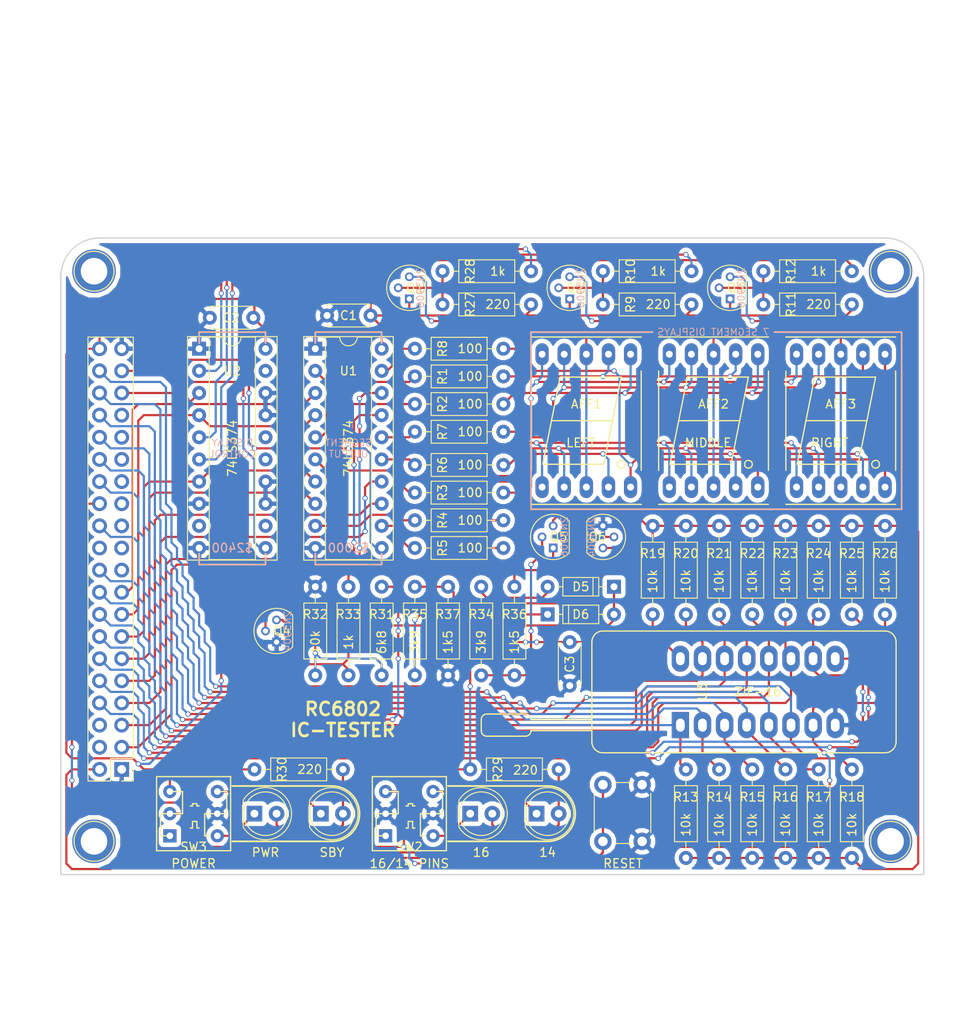
<source format=kicad_pcb>
(kicad_pcb (version 4) (host pcbnew 4.0.7)
  (layers (0 F.Cu signal) (31 B.Cu signal) (34 B.Paste user) (35 F.Paste user) (36 B.SilkS user) (37 F.SilkS user) (38 B.Mask user) (39 F.Mask user) (44 Edge.Cuts user))
  (net 0 "")
  (net 1 GND)
  (net 2 VCC)
  (net 3 "Net-(AFF1-Pad1)")
  (net 4 "Net-(AFF1-Pad2)")
  (net 5 "Net-(AFF1-Pad3)")
  (net 6 "Net-(AFF1-Pad4)")
  (net 7 "Net-(AFF1-Pad6)")
  (net 8 "Net-(AFF1-Pad7)")
  (net 9 "Net-(AFF1-Pad9)")
  (net 10 "Net-(AFF1-Pad10)")
  (net 11 "Net-(AFF2-Pad3)")
  (net 12 "Net-(D1-Pad1)")
  (net 13 "Net-(D1-Pad2)")
  (net 14 "Net-(D4-Pad1)")
  (net 15 ~RESET)
  (net 16 /D7)
  (net 17 /D6)
  (net 18 /D5)
  (net 19 /PB7)
  (net 20 /D4)
  (net 21 /PB6)
  (net 22 /D3)
  (net 23 /D2)
  (net 24 /D1)
  (net 25 /D0)
  (net 26 /PA7)
  (net 27 /PA6)
  (net 28 /PA5)
  (net 29 /PA4)
  (net 30 /PA3)
  (net 31 /PA2)
  (net 32 /PA1)
  (net 33 /IO0)
  (net 34 /PA0)
  (net 35 "Net-(Q1-Pad2)")
  (net 36 "Net-(Q2-Pad2)")
  (net 37 "Net-(Q3-Pad2)")
  (net 38 "Net-(Q4-Pad2)")
  (net 39 "Net-(R5-Pad2)")
  (net 40 "Net-(R6-Pad2)")
  (net 41 "Net-(R7-Pad2)")
  (net 42 "Net-(R8-Pad2)")
  (net 43 "Net-(R28-Pad1)")
  (net 44 "Net-(AFF1-Pad5)")
  (net 45 "Net-(AFF3-Pad3)")
  (net 46 "Net-(C3-Pad1)")
  (net 47 "Net-(D2-Pad1)")
  (net 48 "Net-(D3-Pad1)")
  (net 49 "Net-(D3-Pad2)")
  (net 50 /PB5)
  (net 51 /PB4)
  (net 52 /PB3)
  (net 53 /PB2)
  (net 54 /PB1)
  (net 55 /IO1)
  (net 56 "Net-(D5-Pad1)")
  (net 57 "Net-(Q5-Pad2)")
  (net 58 "Net-(Q5-Pad3)")
  (net 59 "Net-(Q6-Pad2)")
  (net 60 "Net-(R1-Pad2)")
  (net 61 "Net-(R2-Pad2)")
  (net 62 "Net-(R3-Pad2)")
  (net 63 "Net-(R4-Pad2)")
  (net 64 "Net-(R10-Pad1)")
  (net 65 "Net-(R12-Pad1)")
  (net 66 "Net-(D5-Pad2)")
  (net 67 "Net-(D6-Pad1)")
  (module Pin_Headers:Pin_Header_Straight_2x20_Pitch2.54mm (layer F.Cu) (at 107.315 132.08 180)
    (fp_text reference J2)
    (fp_text value RC6802_UI_Port)
    (pad 1 thru_hole rect (at 0 0 180) (size 1.7 1.7) (drill 1) (layers *.Cu *.Mask) (net 1 GND))
    (pad 2 thru_hole oval (at 2.54 0 180) (size 1.7 1.7) (drill 1) (layers *.Cu *.Mask) (net 15 ~RESET))
    (pad 3 thru_hole oval (at 0 2.54 180) (size 1.7 1.7) (drill 1) (layers *.Cu *.Mask) (net 16 /D7))
    (pad 4 thru_hole oval (at 2.54 2.54 180) (size 1.7 1.7) (drill 1) (layers *.Cu *.Mask))
    (pad 5 thru_hole oval (at 0 5.08 180) (size 1.7 1.7) (drill 1) (layers *.Cu *.Mask) (net 17 /D6))
    (pad 6 thru_hole oval (at 2.54 5.08 180) (size 1.7 1.7) (drill 1) (layers *.Cu *.Mask))
    (pad 7 thru_hole oval (at 0 7.62 180) (size 1.7 1.7) (drill 1) (layers *.Cu *.Mask) (net 18 /D5))
    (pad 8 thru_hole oval (at 2.54 7.62 180) (size 1.7 1.7) (drill 1) (layers *.Cu *.Mask) (net 19 /PB7))
    (pad 9 thru_hole oval (at 0 10.16 180) (size 1.7 1.7) (drill 1) (layers *.Cu *.Mask) (net 20 /D4))
    (pad 10 thru_hole oval (at 2.54 10.16 180) (size 1.7 1.7) (drill 1) (layers *.Cu *.Mask) (net 21 /PB6))
    (pad 11 thru_hole oval (at 0 12.7 180) (size 1.7 1.7) (drill 1) (layers *.Cu *.Mask) (net 22 /D3))
    (pad 12 thru_hole oval (at 2.54 12.7 180) (size 1.7 1.7) (drill 1) (layers *.Cu *.Mask) (net 50 /PB5))
    (pad 13 thru_hole oval (at 0 15.24 180) (size 1.7 1.7) (drill 1) (layers *.Cu *.Mask) (net 23 /D2))
    (pad 14 thru_hole oval (at 2.54 15.24 180) (size 1.7 1.7) (drill 1) (layers *.Cu *.Mask) (net 51 /PB4))
    (pad 15 thru_hole oval (at 0 17.78 180) (size 1.7 1.7) (drill 1) (layers *.Cu *.Mask) (net 24 /D1))
    (pad 16 thru_hole oval (at 2.54 17.78 180) (size 1.7 1.7) (drill 1) (layers *.Cu *.Mask) (net 52 /PB3))
    (pad 17 thru_hole oval (at 0 20.32 180) (size 1.7 1.7) (drill 1) (layers *.Cu *.Mask) (net 25 /D0))
    (pad 18 thru_hole oval (at 2.54 20.32 180) (size 1.7 1.7) (drill 1) (layers *.Cu *.Mask) (net 53 /PB2))
    (pad 19 thru_hole oval (at 0 22.86 180) (size 1.7 1.7) (drill 1) (layers *.Cu *.Mask))
    (pad 20 thru_hole oval (at 2.54 22.86 180) (size 1.7 1.7) (drill 1) (layers *.Cu *.Mask) (net 54 /PB1))
    (pad 21 thru_hole oval (at 0 25.4 180) (size 1.7 1.7) (drill 1) (layers *.Cu *.Mask))
    (pad 22 thru_hole oval (at 2.54 25.4 180) (size 1.7 1.7) (drill 1) (layers *.Cu *.Mask))
    (pad 23 thru_hole oval (at 0 27.94 180) (size 1.7 1.7) (drill 1) (layers *.Cu *.Mask))
    (pad 24 thru_hole oval (at 2.54 27.94 180) (size 1.7 1.7) (drill 1) (layers *.Cu *.Mask) (net 26 /PA7))
    (pad 25 thru_hole oval (at 0 30.48 180) (size 1.7 1.7) (drill 1) (layers *.Cu *.Mask))
    (pad 26 thru_hole oval (at 2.54 30.48 180) (size 1.7 1.7) (drill 1) (layers *.Cu *.Mask) (net 27 /PA6))
    (pad 27 thru_hole oval (at 0 33.02 180) (size 1.7 1.7) (drill 1) (layers *.Cu *.Mask))
    (pad 28 thru_hole oval (at 2.54 33.02 180) (size 1.7 1.7) (drill 1) (layers *.Cu *.Mask) (net 28 /PA5))
    (pad 29 thru_hole oval (at 0 35.56 180) (size 1.7 1.7) (drill 1) (layers *.Cu *.Mask))
    (pad 30 thru_hole oval (at 2.54 35.56 180) (size 1.7 1.7) (drill 1) (layers *.Cu *.Mask) (net 29 /PA4))
    (pad 31 thru_hole oval (at 0 38.1 180) (size 1.7 1.7) (drill 1) (layers *.Cu *.Mask))
    (pad 32 thru_hole oval (at 2.54 38.1 180) (size 1.7 1.7) (drill 1) (layers *.Cu *.Mask) (net 30 /PA3))
    (pad 33 thru_hole oval (at 0 40.64 180) (size 1.7 1.7) (drill 1) (layers *.Cu *.Mask))
    (pad 34 thru_hole oval (at 2.54 40.64 180) (size 1.7 1.7) (drill 1) (layers *.Cu *.Mask) (net 31 /PA2))
    (pad 35 thru_hole oval (at 0 43.18 180) (size 1.7 1.7) (drill 1) (layers *.Cu *.Mask) (net 55 /IO1))
    (pad 36 thru_hole oval (at 2.54 43.18 180) (size 1.7 1.7) (drill 1) (layers *.Cu *.Mask) (net 32 /PA1))
    (pad 37 thru_hole oval (at 0 45.72 180) (size 1.7 1.7) (drill 1) (layers *.Cu *.Mask) (net 33 /IO0))
    (pad 38 thru_hole oval (at 2.54 45.72 180) (size 1.7 1.7) (drill 1) (layers *.Cu *.Mask) (net 34 /PA0))
    (pad 39 thru_hole oval (at 0 48.26 180) (size 1.7 1.7) (drill 1) (layers *.Cu *.Mask) (net 1 GND))
    (pad 40 thru_hole oval (at 2.54 48.26 180) (size 1.7 1.7) (drill 1) (layers *.Cu *.Mask) (net 2 VCC))
  )
  (module mounting:1pin (layer F.Cu) (at 104.14 140.335 90)
    (fp_text reference M1 hide)
    (fp_text value Mounting hide)
    (pad 1 thru_hole circle (at 0 0 90) (size 5 5) (drill 3.048) (layers *.Cu *.Mask))
  )
  (module mounting:1pin (layer F.Cu) (at 195.58 140.335)
    (fp_text reference M2 hide)
    (fp_text value Mounting hide)
    (pad 1 thru_hole circle (at 0 0) (size 5 5) (drill 3.048) (layers *.Cu *.Mask))
  )
  (module mounting:1pin (layer F.Cu) (at 195.58 74.93)
    (fp_text reference M3 hide)
    (fp_text value Mounting hide)
    (pad 1 thru_hole circle (at 0 0) (size 5 5) (drill 3.048) (layers *.Cu *.Mask))
  )
  (module mounting:1pin (layer F.Cu) (at 104.14 74.93)
    (fp_text reference M4 hide)
    (fp_text value Mounting hide)
    (pad 1 thru_hole circle (at 0 0) (size 5 5) (drill 3.048) (layers *.Cu *.Mask))
  )
  (module Capacitors_THT:C_Disc_D4.7mm_W2.5mm_P5.00mm (layer F.Cu) (at 135.89 80.01 180)
    (fp_text reference C1 (at 2.54 0 180) (layer F.SilkS))
    (fp_text value 100nF)
    (pad 1 thru_hole circle (at 0 0 180) (size 1.6 1.6) (drill 0.8) (layers *.Cu *.Mask) (net 2 VCC))
    (pad 2 thru_hole circle (at 5 0 180) (size 1.6 1.6) (drill 0.8) (layers *.Cu *.Mask) (net 1 GND))
  )
  (module Capacitors_THT:C_Disc_D4.7mm_W2.5mm_P5.00mm (layer F.Cu) (at 122.428 80.264 180)
    (fp_text reference C2 (at 2.54 0 180) (layer F.SilkS))
    (fp_text value 100nF)
    (pad 1 thru_hole circle (at 0 0 180) (size 1.6 1.6) (drill 0.8) (layers *.Cu *.Mask) (net 2 VCC))
    (pad 2 thru_hole circle (at 5 0 180) (size 1.6 1.6) (drill 0.8) (layers *.Cu *.Mask) (net 1 GND))
  )
  (module Capacitors_THT:C_Disc_D4.7mm_W2.5mm_P5.00mm (layer F.Cu) (at 158.75 117.475 270)
    (fp_text reference C3 (at 2.54 0 270) (layer F.SilkS))
    (fp_text value 100nF)
    (pad 1 thru_hole circle (at 0 0 270) (size 1.6 1.6) (drill 0.8) (layers *.Cu *.Mask) (net 46 "Net-(C3-Pad1)"))
    (pad 2 thru_hole circle (at 5 0 270) (size 1.6 1.6) (drill 0.8) (layers *.Cu *.Mask) (net 1 GND))
  )
  (module Displays_7-Segment:7SegmentLED_LTS6760_LTS6780 (layer F.Cu) (at 160.655 92.075)
    (fp_text reference AFF1 (at 0 -1.905) (layer F.SilkS))
    (fp_text value LEFT (at -0.635 2.54) (layer F.SilkS))
    (pad 1 thru_hole oval (at -5.08 7.62) (size 1.524 2.524) (drill 0.8) (layers *.Cu *.Mask) (net 3 "Net-(AFF1-Pad1)"))
    (pad 2 thru_hole oval (at -2.54 7.62) (size 1.524 2.524) (drill 0.8) (layers *.Cu *.Mask) (net 4 "Net-(AFF1-Pad2)"))
    (pad 3 thru_hole oval (at 0 7.62) (size 1.524 2.524) (drill 0.8) (layers *.Cu *.Mask) (net 5 "Net-(AFF1-Pad3)"))
    (pad 4 thru_hole oval (at 2.54 7.62) (size 1.524 2.524) (drill 0.8) (layers *.Cu *.Mask) (net 6 "Net-(AFF1-Pad4)"))
    (pad 5 thru_hole oval (at 5.08 7.62) (size 1.524 2.524) (drill 0.8) (layers *.Cu *.Mask) (net 44 "Net-(AFF1-Pad5)"))
    (pad 6 thru_hole oval (at 5.08 -7.62) (size 1.524 2.524) (drill 0.8) (layers *.Cu *.Mask) (net 7 "Net-(AFF1-Pad6)"))
    (pad 7 thru_hole oval (at 2.54 -7.62) (size 1.524 2.524) (drill 0.8) (layers *.Cu *.Mask) (net 8 "Net-(AFF1-Pad7)"))
    (pad 8 thru_hole oval (at 0 -7.62) (size 1.524 2.524) (drill 0.8) (layers *.Cu *.Mask) (net 5 "Net-(AFF1-Pad3)"))
    (pad 9 thru_hole oval (at -2.54 -7.62) (size 1.524 2.524) (drill 0.8) (layers *.Cu *.Mask) (net 9 "Net-(AFF1-Pad9)"))
    (pad 10 thru_hole oval (at -5.08 -7.62) (size 1.524 2.524) (drill 0.8) (layers *.Cu *.Mask) (net 10 "Net-(AFF1-Pad10)"))
  )
  (module Displays_7-Segment:7SegmentLED_LTS6760_LTS6780 (layer F.Cu) (at 175.26 92.075)
    (fp_text reference AFF2 (at 0 -1.905) (layer F.SilkS))
    (fp_text value MIDDLE (at -0.635 2.54) (layer F.SilkS))
    (pad 1 thru_hole oval (at -5.08 7.62) (size 1.524 2.524) (drill 0.8) (layers *.Cu *.Mask) (net 3 "Net-(AFF1-Pad1)"))
    (pad 2 thru_hole oval (at -2.54 7.62) (size 1.524 2.524) (drill 0.8) (layers *.Cu *.Mask) (net 4 "Net-(AFF1-Pad2)"))
    (pad 3 thru_hole oval (at 0 7.62) (size 1.524 2.524) (drill 0.8) (layers *.Cu *.Mask) (net 11 "Net-(AFF2-Pad3)"))
    (pad 4 thru_hole oval (at 2.54 7.62) (size 1.524 2.524) (drill 0.8) (layers *.Cu *.Mask) (net 6 "Net-(AFF1-Pad4)"))
    (pad 5 thru_hole oval (at 5.08 7.62) (size 1.524 2.524) (drill 0.8) (layers *.Cu *.Mask) (net 44 "Net-(AFF1-Pad5)"))
    (pad 6 thru_hole oval (at 5.08 -7.62) (size 1.524 2.524) (drill 0.8) (layers *.Cu *.Mask) (net 7 "Net-(AFF1-Pad6)"))
    (pad 7 thru_hole oval (at 2.54 -7.62) (size 1.524 2.524) (drill 0.8) (layers *.Cu *.Mask) (net 8 "Net-(AFF1-Pad7)"))
    (pad 8 thru_hole oval (at 0 -7.62) (size 1.524 2.524) (drill 0.8) (layers *.Cu *.Mask) (net 11 "Net-(AFF2-Pad3)"))
    (pad 9 thru_hole oval (at -2.54 -7.62) (size 1.524 2.524) (drill 0.8) (layers *.Cu *.Mask) (net 9 "Net-(AFF1-Pad9)"))
    (pad 10 thru_hole oval (at -5.08 -7.62) (size 1.524 2.524) (drill 0.8) (layers *.Cu *.Mask) (net 10 "Net-(AFF1-Pad10)"))
  )
  (module LEDs:LED_D5.0mm (layer F.Cu) (at 154.94 137.16)
    (fp_text reference D1)
    (fp_text value 14 (at 1.27 4.445) (layer F.SilkS))
    (pad 1 thru_hole rect (at 0 0) (size 1.8 1.8) (drill 0.9) (layers *.Cu *.Mask) (net 12 "Net-(D1-Pad1)"))
    (pad 2 thru_hole circle (at 2.54 0) (size 1.8 1.8) (drill 0.9) (layers *.Cu *.Mask) (net 13 "Net-(D1-Pad2)"))
  )
  (module TO_SOT_Packages_THT:TO-92_Molded_Narrow (layer F.Cu) (at 140.335 78.105 90)
    (fp_text reference Q1 (at 1.27 0.635 180) (layer F.SilkS))
    (fp_text value 2N3906 (at 1.27 1.27 90) (layer B.SilkS) (effects (font (size 0.8 0.8) (thickness 0.1)) (justify mirror)))
    (pad 2 thru_hole circle (at 1.27 -1.27 180) (size 1 1) (drill 0.6) (layers *.Cu *.Mask) (net 35 "Net-(Q1-Pad2)"))
    (pad 3 thru_hole circle (at 2.54 0 180) (size 1 1) (drill 0.6) (layers *.Cu *.Mask) (net 5 "Net-(AFF1-Pad3)"))
    (pad 1 thru_hole rect (at 0 0 180) (size 1 1) (drill 0.6) (layers *.Cu *.Mask) (net 2 VCC))
  )
  (module TO_SOT_Packages_THT:TO-92_Molded_Narrow (layer F.Cu) (at 158.75 78.105 90)
    (fp_text reference Q2 (at 1.27 0.635 180) (layer F.SilkS))
    (fp_text value 2N3906 (at 1.27 1.27 90) (layer B.SilkS) (effects (font (size 0.8 0.8) (thickness 0.1)) (justify mirror)))
    (pad 2 thru_hole circle (at 1.27 -1.27 180) (size 1 1) (drill 0.6) (layers *.Cu *.Mask) (net 36 "Net-(Q2-Pad2)"))
    (pad 3 thru_hole circle (at 2.54 0 180) (size 1 1) (drill 0.6) (layers *.Cu *.Mask) (net 11 "Net-(AFF2-Pad3)"))
    (pad 1 thru_hole rect (at 0 0 180) (size 1 1) (drill 0.6) (layers *.Cu *.Mask) (net 2 VCC))
  )
  (module TO_SOT_Packages_THT:TO-92_Molded_Narrow (layer F.Cu) (at 177.165 78.105 90)
    (fp_text reference Q3 (at 1.27 0.635 180) (layer F.SilkS))
    (fp_text value 2N3906 (at 1.27 1.27 90) (layer B.SilkS) (effects (font (size 0.8 0.8) (thickness 0.1)) (justify mirror)))
    (pad 2 thru_hole circle (at 1.27 -1.27 180) (size 1 1) (drill 0.6) (layers *.Cu *.Mask) (net 37 "Net-(Q3-Pad2)"))
    (pad 3 thru_hole circle (at 2.54 0 180) (size 1 1) (drill 0.6) (layers *.Cu *.Mask) (net 45 "Net-(AFF3-Pad3)"))
    (pad 1 thru_hole rect (at 0 0 180) (size 1 1) (drill 0.6) (layers *.Cu *.Mask) (net 2 VCC))
  )
  (module TO_SOT_Packages_THT:TO-92_Molded_Narrow (layer F.Cu) (at 125.095 117.475 90)
    (fp_text reference Q4 (at 1.27 0.635 180) (layer F.SilkS))
    (fp_text value 2N3904 (at 1.27 1.27 90) (layer B.SilkS) (effects (font (size 0.8 0.8) (thickness 0.1)) (justify mirror)))
    (pad 2 thru_hole circle (at 1.27 -1.27 180) (size 1 1) (drill 0.6) (layers *.Cu *.Mask) (net 38 "Net-(Q4-Pad2)"))
    (pad 3 thru_hole circle (at 2.54 0 180) (size 1 1) (drill 0.6) (layers *.Cu *.Mask) (net 56 "Net-(D5-Pad1)"))
    (pad 1 thru_hole rect (at 0 0 180) (size 1 1) (drill 0.6) (layers *.Cu *.Mask) (net 1 GND))
  )
  (module TO_SOT_Packages_THT:TO-92_Molded_Narrow (layer F.Cu) (at 156.845 106.68 90)
    (fp_text reference Q5 (at 1.27 0.635 180) (layer F.SilkS))
    (fp_text value 2N3906 (at 1.27 1.27 270) (layer B.SilkS) (effects (font (size 0.8 0.8) (thickness 0.1)) (justify mirror)))
    (pad 2 thru_hole circle (at 1.27 -1.27 180) (size 1 1) (drill 0.6) (layers *.Cu *.Mask) (net 57 "Net-(Q5-Pad2)"))
    (pad 3 thru_hole circle (at 2.54 0 180) (size 1 1) (drill 0.6) (layers *.Cu *.Mask) (net 58 "Net-(Q5-Pad3)"))
    (pad 1 thru_hole rect (at 0 0 180) (size 1 1) (drill 0.6) (layers *.Cu *.Mask) (net 2 VCC))
  )
  (module Resistors_THT:R_Axial_DIN0207_L6.3mm_D2.5mm_P10.16mm_Horizontal (layer F.Cu) (at 151.13 86.995 180)
    (fp_text reference R1 (at 6.985 0 270) (layer F.SilkS))
    (fp_text value 100 (at 3.81 0 180) (layer F.SilkS))
    (pad 1 thru_hole circle (at 0 0 180) (size 1.6 1.6) (drill 0.8) (layers *.Cu *.Mask) (net 8 "Net-(AFF1-Pad7)"))
    (pad 2 thru_hole oval (at 10.16 0 180) (size 1.6 1.6) (drill 0.8) (layers *.Cu *.Mask) (net 60 "Net-(R1-Pad2)"))
  )
  (module Resistors_THT:R_Axial_DIN0207_L6.3mm_D2.5mm_P10.16mm_Horizontal (layer F.Cu) (at 151.13 90.17 180)
    (fp_text reference R2 (at 6.985 0 270) (layer F.SilkS))
    (fp_text value 100 (at 3.81 0 180) (layer F.SilkS))
    (pad 1 thru_hole circle (at 0 0 180) (size 1.6 1.6) (drill 0.8) (layers *.Cu *.Mask) (net 7 "Net-(AFF1-Pad6)"))
    (pad 2 thru_hole oval (at 10.16 0 180) (size 1.6 1.6) (drill 0.8) (layers *.Cu *.Mask) (net 61 "Net-(R2-Pad2)"))
  )
  (module Resistors_THT:R_Axial_DIN0207_L6.3mm_D2.5mm_P10.16mm_Horizontal (layer F.Cu) (at 151.13 100.33 180)
    (fp_text reference R3 (at 6.985 0 270) (layer F.SilkS))
    (fp_text value 100 (at 3.81 0 180) (layer F.SilkS))
    (pad 1 thru_hole circle (at 0 0 180) (size 1.6 1.6) (drill 0.8) (layers *.Cu *.Mask) (net 6 "Net-(AFF1-Pad4)"))
    (pad 2 thru_hole oval (at 10.16 0 180) (size 1.6 1.6) (drill 0.8) (layers *.Cu *.Mask) (net 62 "Net-(R3-Pad2)"))
  )
  (module Resistors_THT:R_Axial_DIN0207_L6.3mm_D2.5mm_P10.16mm_Horizontal (layer F.Cu) (at 151.13 103.505 180)
    (fp_text reference R4 (at 6.985 0 270) (layer F.SilkS))
    (fp_text value 100 (at 3.81 0 180) (layer F.SilkS))
    (pad 1 thru_hole circle (at 0 0 180) (size 1.6 1.6) (drill 0.8) (layers *.Cu *.Mask) (net 4 "Net-(AFF1-Pad2)"))
    (pad 2 thru_hole oval (at 10.16 0 180) (size 1.6 1.6) (drill 0.8) (layers *.Cu *.Mask) (net 63 "Net-(R4-Pad2)"))
  )
  (module Resistors_THT:R_Axial_DIN0207_L6.3mm_D2.5mm_P10.16mm_Horizontal (layer F.Cu) (at 151.13 106.68 180)
    (fp_text reference R5 (at 6.985 0 270) (layer F.SilkS))
    (fp_text value 100 (at 3.81 0 180) (layer F.SilkS))
    (pad 1 thru_hole circle (at 0 0 180) (size 1.6 1.6) (drill 0.8) (layers *.Cu *.Mask) (net 3 "Net-(AFF1-Pad1)"))
    (pad 2 thru_hole oval (at 10.16 0 180) (size 1.6 1.6) (drill 0.8) (layers *.Cu *.Mask) (net 39 "Net-(R5-Pad2)"))
  )
  (module Resistors_THT:R_Axial_DIN0207_L6.3mm_D2.5mm_P10.16mm_Horizontal (layer F.Cu) (at 151.13 97.155 180)
    (fp_text reference R6 (at 6.985 0 270) (layer F.SilkS))
    (fp_text value 100 (at 3.81 0 180) (layer F.SilkS))
    (pad 1 thru_hole circle (at 0 0 180) (size 1.6 1.6) (drill 0.8) (layers *.Cu *.Mask) (net 9 "Net-(AFF1-Pad9)"))
    (pad 2 thru_hole oval (at 10.16 0 180) (size 1.6 1.6) (drill 0.8) (layers *.Cu *.Mask) (net 40 "Net-(R6-Pad2)"))
  )
  (module Resistors_THT:R_Axial_DIN0207_L6.3mm_D2.5mm_P10.16mm_Horizontal (layer F.Cu) (at 151.13 93.345 180)
    (fp_text reference R7 (at 6.985 0 270) (layer F.SilkS))
    (fp_text value 100 (at 3.81 0 180) (layer F.SilkS))
    (pad 1 thru_hole circle (at 0 0 180) (size 1.6 1.6) (drill 0.8) (layers *.Cu *.Mask) (net 10 "Net-(AFF1-Pad10)"))
    (pad 2 thru_hole oval (at 10.16 0 180) (size 1.6 1.6) (drill 0.8) (layers *.Cu *.Mask) (net 41 "Net-(R7-Pad2)"))
  )
  (module Resistors_THT:R_Axial_DIN0207_L6.3mm_D2.5mm_P10.16mm_Horizontal (layer F.Cu) (at 151.13 83.82 180)
    (fp_text reference R8 (at 6.985 0 270) (layer F.SilkS))
    (fp_text value 100 (at 3.81 0 180) (layer F.SilkS))
    (pad 1 thru_hole circle (at 0 0 180) (size 1.6 1.6) (drill 0.8) (layers *.Cu *.Mask) (net 44 "Net-(AFF1-Pad5)"))
    (pad 2 thru_hole oval (at 10.16 0 180) (size 1.6 1.6) (drill 0.8) (layers *.Cu *.Mask) (net 42 "Net-(R8-Pad2)"))
  )
  (module Resistors_THT:R_Axial_DIN0207_L6.3mm_D2.5mm_P10.16mm_Horizontal (layer F.Cu) (at 172.72 78.74 180)
    (fp_text reference R9 (at 6.985 0 270) (layer F.SilkS))
    (fp_text value 220 (at 3.81 0 180) (layer F.SilkS))
    (pad 1 thru_hole circle (at 0 0 180) (size 1.6 1.6) (drill 0.8) (layers *.Cu *.Mask) (net 2 VCC))
    (pad 2 thru_hole oval (at 10.16 0 180) (size 1.6 1.6) (drill 0.8) (layers *.Cu *.Mask) (net 36 "Net-(Q2-Pad2)"))
  )
  (module Resistors_THT:R_Axial_DIN0207_L6.3mm_D2.5mm_P10.16mm_Horizontal (layer F.Cu) (at 172.72 74.93 180)
    (fp_text reference R10 (at 6.985 0 270) (layer F.SilkS))
    (fp_text value 1k (at 3.81 0 180) (layer F.SilkS))
    (pad 1 thru_hole circle (at 0 0 180) (size 1.6 1.6) (drill 0.8) (layers *.Cu *.Mask) (net 64 "Net-(R10-Pad1)"))
    (pad 2 thru_hole oval (at 10.16 0 180) (size 1.6 1.6) (drill 0.8) (layers *.Cu *.Mask) (net 36 "Net-(Q2-Pad2)"))
  )
  (module Resistors_THT:R_Axial_DIN0207_L6.3mm_D2.5mm_P10.16mm_Horizontal (layer F.Cu) (at 191.135 78.74 180)
    (fp_text reference R11 (at 6.985 0 270) (layer F.SilkS))
    (fp_text value 220 (at 3.81 0 180) (layer F.SilkS))
    (pad 1 thru_hole circle (at 0 0 180) (size 1.6 1.6) (drill 0.8) (layers *.Cu *.Mask) (net 2 VCC))
    (pad 2 thru_hole oval (at 10.16 0 180) (size 1.6 1.6) (drill 0.8) (layers *.Cu *.Mask) (net 37 "Net-(Q3-Pad2)"))
  )
  (module Resistors_THT:R_Axial_DIN0207_L6.3mm_D2.5mm_P10.16mm_Horizontal (layer F.Cu) (at 191.135 74.93 180)
    (fp_text reference R12 (at 6.985 0 270) (layer F.SilkS))
    (fp_text value 1k (at 3.81 0 180) (layer F.SilkS))
    (pad 1 thru_hole circle (at 0 0 180) (size 1.6 1.6) (drill 0.8) (layers *.Cu *.Mask) (net 65 "Net-(R12-Pad1)"))
    (pad 2 thru_hole oval (at 10.16 0 180) (size 1.6 1.6) (drill 0.8) (layers *.Cu *.Mask) (net 37 "Net-(Q3-Pad2)"))
  )
  (module Resistors_THT:R_Axial_DIN0207_L6.3mm_D2.5mm_P10.16mm_Horizontal (layer F.Cu) (at 172.085 132.08 270)
    (fp_text reference R13 (at 3.175 0 360) (layer F.SilkS))
    (fp_text value 10k (at 6.35 0 270) (layer F.SilkS))
    (pad 1 thru_hole circle (at 0 0 270) (size 1.6 1.6) (drill 0.8) (layers *.Cu *.Mask) (net 34 /PA0))
    (pad 2 thru_hole oval (at 10.16 0 270) (size 1.6 1.6) (drill 0.8) (layers *.Cu *.Mask) (net 58 "Net-(Q5-Pad3)"))
  )
  (module Resistors_THT:R_Axial_DIN0207_L6.3mm_D2.5mm_P10.16mm_Horizontal (layer F.Cu) (at 175.895 132.08 270)
    (fp_text reference R14 (at 3.175 0 360) (layer F.SilkS))
    (fp_text value 10k (at 6.35 0 270) (layer F.SilkS))
    (pad 1 thru_hole circle (at 0 0 270) (size 1.6 1.6) (drill 0.8) (layers *.Cu *.Mask) (net 32 /PA1))
    (pad 2 thru_hole oval (at 10.16 0 270) (size 1.6 1.6) (drill 0.8) (layers *.Cu *.Mask) (net 58 "Net-(Q5-Pad3)"))
  )
  (module Resistors_THT:R_Axial_DIN0207_L6.3mm_D2.5mm_P10.16mm_Horizontal (layer F.Cu) (at 179.705 132.08 270)
    (fp_text reference R15 (at 3.175 0 360) (layer F.SilkS))
    (fp_text value 10k (at 6.35 0 270) (layer F.SilkS))
    (pad 1 thru_hole circle (at 0 0 270) (size 1.6 1.6) (drill 0.8) (layers *.Cu *.Mask) (net 31 /PA2))
    (pad 2 thru_hole oval (at 10.16 0 270) (size 1.6 1.6) (drill 0.8) (layers *.Cu *.Mask) (net 58 "Net-(Q5-Pad3)"))
  )
  (module Resistors_THT:R_Axial_DIN0207_L6.3mm_D2.5mm_P10.16mm_Horizontal (layer F.Cu) (at 183.515 132.08 270)
    (fp_text reference R16 (at 3.175 0 360) (layer F.SilkS))
    (fp_text value 10k (at 6.35 0 270) (layer F.SilkS))
    (pad 1 thru_hole circle (at 0 0 270) (size 1.6 1.6) (drill 0.8) (layers *.Cu *.Mask) (net 30 /PA3))
    (pad 2 thru_hole oval (at 10.16 0 270) (size 1.6 1.6) (drill 0.8) (layers *.Cu *.Mask) (net 58 "Net-(Q5-Pad3)"))
  )
  (module Resistors_THT:R_Axial_DIN0207_L6.3mm_D2.5mm_P10.16mm_Horizontal (layer F.Cu) (at 187.325 132.08 270)
    (fp_text reference R17 (at 3.175 0 360) (layer F.SilkS))
    (fp_text value 10k (at 6.35 0 270) (layer F.SilkS))
    (pad 1 thru_hole circle (at 0 0 270) (size 1.6 1.6) (drill 0.8) (layers *.Cu *.Mask) (net 29 /PA4))
    (pad 2 thru_hole oval (at 10.16 0 270) (size 1.6 1.6) (drill 0.8) (layers *.Cu *.Mask) (net 58 "Net-(Q5-Pad3)"))
  )
  (module Resistors_THT:R_Axial_DIN0207_L6.3mm_D2.5mm_P10.16mm_Horizontal (layer F.Cu) (at 191.135 132.08 270)
    (fp_text reference R18 (at 3.175 0 360) (layer F.SilkS))
    (fp_text value 10k (at 6.35 0 270) (layer F.SilkS))
    (pad 1 thru_hole circle (at 0 0 270) (size 1.6 1.6) (drill 0.8) (layers *.Cu *.Mask) (net 28 /PA5))
    (pad 2 thru_hole oval (at 10.16 0 270) (size 1.6 1.6) (drill 0.8) (layers *.Cu *.Mask) (net 58 "Net-(Q5-Pad3)"))
  )
  (module Resistors_THT:R_Axial_DIN0207_L6.3mm_D2.5mm_P10.16mm_Horizontal (layer F.Cu) (at 168.275 104.14 270)
    (fp_text reference R19 (at 3.175 0 360) (layer F.SilkS))
    (fp_text value 10k (at 6.35 0 270) (layer F.SilkS))
    (pad 1 thru_hole circle (at 0 0 270) (size 1.6 1.6) (drill 0.8) (layers *.Cu *.Mask) (net 58 "Net-(Q5-Pad3)"))
    (pad 2 thru_hole oval (at 10.16 0 270) (size 1.6 1.6) (drill 0.8) (layers *.Cu *.Mask) (net 54 /PB1))
  )
  (module Resistors_THT:R_Axial_DIN0207_L6.3mm_D2.5mm_P10.16mm_Horizontal (layer F.Cu) (at 172.085 104.14 270)
    (fp_text reference R20 (at 3.175 0 360) (layer F.SilkS))
    (fp_text value 10k (at 6.35 0 270) (layer F.SilkS))
    (pad 1 thru_hole circle (at 0 0 270) (size 1.6 1.6) (drill 0.8) (layers *.Cu *.Mask) (net 58 "Net-(Q5-Pad3)"))
    (pad 2 thru_hole oval (at 10.16 0 270) (size 1.6 1.6) (drill 0.8) (layers *.Cu *.Mask) (net 53 /PB2))
  )
  (module Resistors_THT:R_Axial_DIN0207_L6.3mm_D2.5mm_P10.16mm_Horizontal (layer F.Cu) (at 175.895 104.14 270)
    (fp_text reference R21 (at 3.175 0 360) (layer F.SilkS))
    (fp_text value 10k (at 6.35 0 270) (layer F.SilkS))
    (pad 1 thru_hole circle (at 0 0 270) (size 1.6 1.6) (drill 0.8) (layers *.Cu *.Mask) (net 58 "Net-(Q5-Pad3)"))
    (pad 2 thru_hole oval (at 10.16 0 270) (size 1.6 1.6) (drill 0.8) (layers *.Cu *.Mask) (net 52 /PB3))
  )
  (module Resistors_THT:R_Axial_DIN0207_L6.3mm_D2.5mm_P10.16mm_Horizontal (layer F.Cu) (at 179.705 104.14 270)
    (fp_text reference R22 (at 3.175 0 360) (layer F.SilkS))
    (fp_text value 10k (at 6.35 0 270) (layer F.SilkS))
    (pad 1 thru_hole circle (at 0 0 270) (size 1.6 1.6) (drill 0.8) (layers *.Cu *.Mask) (net 58 "Net-(Q5-Pad3)"))
    (pad 2 thru_hole oval (at 10.16 0 270) (size 1.6 1.6) (drill 0.8) (layers *.Cu *.Mask) (net 51 /PB4))
  )
  (module Resistors_THT:R_Axial_DIN0207_L6.3mm_D2.5mm_P10.16mm_Horizontal (layer F.Cu) (at 183.515 104.14 270)
    (fp_text reference R23 (at 3.175 0 360) (layer F.SilkS))
    (fp_text value 10k (at 6.35 0 270) (layer F.SilkS))
    (pad 1 thru_hole circle (at 0 0 270) (size 1.6 1.6) (drill 0.8) (layers *.Cu *.Mask) (net 58 "Net-(Q5-Pad3)"))
    (pad 2 thru_hole oval (at 10.16 0 270) (size 1.6 1.6) (drill 0.8) (layers *.Cu *.Mask) (net 50 /PB5))
  )
  (module Resistors_THT:R_Axial_DIN0207_L6.3mm_D2.5mm_P10.16mm_Horizontal (layer F.Cu) (at 187.325 104.14 270)
    (fp_text reference R24 (at 3.175 0 360) (layer F.SilkS))
    (fp_text value 10k (at 6.35 0 270) (layer F.SilkS))
    (pad 1 thru_hole circle (at 0 0 270) (size 1.6 1.6) (drill 0.8) (layers *.Cu *.Mask) (net 58 "Net-(Q5-Pad3)"))
    (pad 2 thru_hole oval (at 10.16 0 270) (size 1.6 1.6) (drill 0.8) (layers *.Cu *.Mask) (net 21 /PB6))
  )
  (module Resistors_THT:R_Axial_DIN0207_L6.3mm_D2.5mm_P10.16mm_Horizontal (layer F.Cu) (at 191.135 104.14 270)
    (fp_text reference R25 (at 3.175 0 360) (layer F.SilkS))
    (fp_text value 10k (at 6.35 0 270) (layer F.SilkS))
    (pad 1 thru_hole circle (at 0 0 270) (size 1.6 1.6) (drill 0.8) (layers *.Cu *.Mask) (net 58 "Net-(Q5-Pad3)"))
    (pad 2 thru_hole oval (at 10.16 0 270) (size 1.6 1.6) (drill 0.8) (layers *.Cu *.Mask) (net 19 /PB7))
  )
  (module Resistors_THT:R_Axial_DIN0207_L6.3mm_D2.5mm_P10.16mm_Horizontal (layer F.Cu) (at 194.945 114.3 90)
    (fp_text reference R26 (at 6.985 0 180) (layer F.SilkS))
    (fp_text value 10k (at 3.81 0 90) (layer F.SilkS))
    (pad 1 thru_hole circle (at 0 0 90) (size 1.6 1.6) (drill 0.8) (layers *.Cu *.Mask) (net 27 /PA6))
    (pad 2 thru_hole oval (at 10.16 0 90) (size 1.6 1.6) (drill 0.8) (layers *.Cu *.Mask) (net 58 "Net-(Q5-Pad3)"))
  )
  (module Buttons_Switches_THT:SW_PUSH_6mm (layer F.Cu) (at 162.56 140.335 90)
    (fp_text reference SW1)
    (fp_text value RESET)
    (pad 2 thru_hole circle (at 0 4.5 180) (size 2 2) (drill 1.1) (layers *.Cu *.Mask) (net 1 GND))
    (pad 1 thru_hole circle (at 0 0 180) (size 2 2) (drill 1.1) (layers *.Cu *.Mask) (net 15 ~RESET))
    (pad 2 thru_hole circle (at 6.5 4.5 180) (size 2 2) (drill 1.1) (layers *.Cu *.Mask) (net 1 GND))
    (pad 1 thru_hole circle (at 6.5 0 180) (size 2 2) (drill 1.1) (layers *.Cu *.Mask) (net 15 ~RESET))
  )
  (module Housings_DIP:DIP-20_W7.62mm_Socket (layer F.Cu) (at 129.54 83.82)
    (fp_text reference U1 (at 3.81 2.54) (layer F.SilkS))
    (fp_text value 74LS374 (at 3.81 11.43 90) (layer F.SilkS))
    (pad 1 thru_hole rect (at 0 0) (size 1.6 1.6) (drill 0.8) (layers *.Cu *.Mask) (net 1 GND))
    (pad 11 thru_hole oval (at 7.62 22.86) (size 1.6 1.6) (drill 0.8) (layers *.Cu *.Mask) (net 33 /IO0))
    (pad 2 thru_hole oval (at 0 2.54) (size 1.6 1.6) (drill 0.8) (layers *.Cu *.Mask) (net 60 "Net-(R1-Pad2)"))
    (pad 12 thru_hole oval (at 7.62 20.32) (size 1.6 1.6) (drill 0.8) (layers *.Cu *.Mask) (net 39 "Net-(R5-Pad2)"))
    (pad 3 thru_hole oval (at 0 5.08) (size 1.6 1.6) (drill 0.8) (layers *.Cu *.Mask) (net 25 /D0))
    (pad 13 thru_hole oval (at 7.62 17.78) (size 1.6 1.6) (drill 0.8) (layers *.Cu *.Mask) (net 20 /D4))
    (pad 4 thru_hole oval (at 0 7.62) (size 1.6 1.6) (drill 0.8) (layers *.Cu *.Mask) (net 24 /D1))
    (pad 14 thru_hole oval (at 7.62 15.24) (size 1.6 1.6) (drill 0.8) (layers *.Cu *.Mask) (net 18 /D5))
    (pad 5 thru_hole oval (at 0 10.16) (size 1.6 1.6) (drill 0.8) (layers *.Cu *.Mask) (net 61 "Net-(R2-Pad2)"))
    (pad 15 thru_hole oval (at 7.62 12.7) (size 1.6 1.6) (drill 0.8) (layers *.Cu *.Mask) (net 40 "Net-(R6-Pad2)"))
    (pad 6 thru_hole oval (at 0 12.7) (size 1.6 1.6) (drill 0.8) (layers *.Cu *.Mask) (net 62 "Net-(R3-Pad2)"))
    (pad 16 thru_hole oval (at 7.62 10.16) (size 1.6 1.6) (drill 0.8) (layers *.Cu *.Mask) (net 41 "Net-(R7-Pad2)"))
    (pad 7 thru_hole oval (at 0 15.24) (size 1.6 1.6) (drill 0.8) (layers *.Cu *.Mask) (net 23 /D2))
    (pad 17 thru_hole oval (at 7.62 7.62) (size 1.6 1.6) (drill 0.8) (layers *.Cu *.Mask) (net 17 /D6))
    (pad 8 thru_hole oval (at 0 17.78) (size 1.6 1.6) (drill 0.8) (layers *.Cu *.Mask) (net 22 /D3))
    (pad 18 thru_hole oval (at 7.62 5.08) (size 1.6 1.6) (drill 0.8) (layers *.Cu *.Mask) (net 16 /D7))
    (pad 9 thru_hole oval (at 0 20.32) (size 1.6 1.6) (drill 0.8) (layers *.Cu *.Mask) (net 63 "Net-(R4-Pad2)"))
    (pad 19 thru_hole oval (at 7.62 2.54) (size 1.6 1.6) (drill 0.8) (layers *.Cu *.Mask) (net 42 "Net-(R8-Pad2)"))
    (pad 10 thru_hole oval (at 0 22.86) (size 1.6 1.6) (drill 0.8) (layers *.Cu *.Mask) (net 1 GND))
    (pad 20 thru_hole oval (at 7.62 0) (size 1.6 1.6) (drill 0.8) (layers *.Cu *.Mask) (net 2 VCC))
  )
  (module Resistors_THT:R_Axial_DIN0207_L6.3mm_D2.5mm_P10.16mm_Horizontal (layer F.Cu) (at 154.305 78.74 180)
    (fp_text reference R27 (at 6.985 0 270) (layer F.SilkS))
    (fp_text value 220 (at 3.81 0 180) (layer F.SilkS))
    (pad 1 thru_hole circle (at 0 0 180) (size 1.6 1.6) (drill 0.8) (layers *.Cu *.Mask) (net 2 VCC))
    (pad 2 thru_hole oval (at 10.16 0 180) (size 1.6 1.6) (drill 0.8) (layers *.Cu *.Mask) (net 35 "Net-(Q1-Pad2)"))
  )
  (module Resistors_THT:R_Axial_DIN0207_L6.3mm_D2.5mm_P10.16mm_Horizontal (layer F.Cu) (at 154.305 74.93 180)
    (fp_text reference R28 (at 6.985 0 270) (layer F.SilkS))
    (fp_text value 1k (at 3.81 0 180) (layer F.SilkS))
    (pad 1 thru_hole circle (at 0 0 180) (size 1.6 1.6) (drill 0.8) (layers *.Cu *.Mask) (net 43 "Net-(R28-Pad1)"))
    (pad 2 thru_hole oval (at 10.16 0 180) (size 1.6 1.6) (drill 0.8) (layers *.Cu *.Mask) (net 35 "Net-(Q1-Pad2)"))
  )
  (module Resistors_THT:R_Axial_DIN0207_L6.3mm_D2.5mm_P10.16mm_Horizontal (layer F.Cu) (at 147.32 132.08)
    (fp_text reference R29 (at 3.175 0 90) (layer F.SilkS))
    (fp_text value 220 (at 6.35 0.084999) (layer F.SilkS))
    (pad 1 thru_hole circle (at 0 0) (size 1.6 1.6) (drill 0.8) (layers *.Cu *.Mask) (net 46 "Net-(C3-Pad1)"))
    (pad 2 thru_hole oval (at 10.16 0) (size 1.6 1.6) (drill 0.8) (layers *.Cu *.Mask) (net 13 "Net-(D1-Pad2)"))
  )
  (module Resistors_THT:R_Axial_DIN0207_L6.3mm_D2.5mm_P10.16mm_Horizontal (layer F.Cu) (at 122.555 132.08)
    (fp_text reference R30 (at 3.175 0 90) (layer F.SilkS))
    (fp_text value 220 (at 6.35 0) (layer F.SilkS))
    (pad 1 thru_hole circle (at 0 0) (size 1.6 1.6) (drill 0.8) (layers *.Cu *.Mask) (net 2 VCC))
    (pad 2 thru_hole oval (at 10.16 0) (size 1.6 1.6) (drill 0.8) (layers *.Cu *.Mask) (net 49 "Net-(D3-Pad2)"))
  )
  (module Displays_7-Segment:7SegmentLED_LTS6760_LTS6780 (layer F.Cu) (at 189.865 92.075)
    (fp_text reference AFF3 (at 0 -1.905) (layer F.SilkS))
    (fp_text value RIGHT (at -1.27 2.54) (layer F.SilkS))
    (pad 1 thru_hole oval (at -5.08 7.62) (size 1.524 2.524) (drill 0.8) (layers *.Cu *.Mask) (net 3 "Net-(AFF1-Pad1)"))
    (pad 2 thru_hole oval (at -2.54 7.62) (size 1.524 2.524) (drill 0.8) (layers *.Cu *.Mask) (net 4 "Net-(AFF1-Pad2)"))
    (pad 3 thru_hole oval (at 0 7.62) (size 1.524 2.524) (drill 0.8) (layers *.Cu *.Mask) (net 45 "Net-(AFF3-Pad3)"))
    (pad 4 thru_hole oval (at 2.54 7.62) (size 1.524 2.524) (drill 0.8) (layers *.Cu *.Mask) (net 6 "Net-(AFF1-Pad4)"))
    (pad 5 thru_hole oval (at 5.08 7.62) (size 1.524 2.524) (drill 0.8) (layers *.Cu *.Mask) (net 44 "Net-(AFF1-Pad5)"))
    (pad 6 thru_hole oval (at 5.08 -7.62) (size 1.524 2.524) (drill 0.8) (layers *.Cu *.Mask) (net 7 "Net-(AFF1-Pad6)"))
    (pad 7 thru_hole oval (at 2.54 -7.62) (size 1.524 2.524) (drill 0.8) (layers *.Cu *.Mask) (net 8 "Net-(AFF1-Pad7)"))
    (pad 8 thru_hole oval (at 0 -7.62) (size 1.524 2.524) (drill 0.8) (layers *.Cu *.Mask) (net 45 "Net-(AFF3-Pad3)"))
    (pad 9 thru_hole oval (at -2.54 -7.62) (size 1.524 2.524) (drill 0.8) (layers *.Cu *.Mask) (net 9 "Net-(AFF1-Pad9)"))
    (pad 10 thru_hole oval (at -5.08 -7.62) (size 1.524 2.524) (drill 0.8) (layers *.Cu *.Mask) (net 10 "Net-(AFF1-Pad10)"))
  )
  (module TO_SOT_Packages_THT:TO-92_Molded_Narrow (layer F.Cu) (at 162.56 104.14 270)
    (fp_text reference Q6 (at 1.27 0.635 360) (layer F.SilkS))
    (fp_text value 2N3904 (at 1.27 1.27 270) (layer B.SilkS) (effects (font (size 0.8 0.8) (thickness 0.1)) (justify mirror)))
    (pad 2 thru_hole circle (at 1.27 -1.27) (size 1 1) (drill 0.6) (layers *.Cu *.Mask) (net 59 "Net-(Q6-Pad2)"))
    (pad 3 thru_hole circle (at 2.54 0) (size 1 1) (drill 0.6) (layers *.Cu *.Mask) (net 58 "Net-(Q5-Pad3)"))
    (pad 1 thru_hole rect (at 0 0) (size 1 1) (drill 0.6) (layers *.Cu *.Mask) (net 1 GND))
  )
  (module Resistors_THT:R_Axial_DIN0207_L6.3mm_D2.5mm_P10.16mm_Horizontal (layer F.Cu) (at 137.16 111.125 270)
    (fp_text reference R31 (at 3.175 0 360) (layer F.SilkS))
    (fp_text value 6k8 (at 6.35 0 270) (layer F.SilkS))
    (pad 1 thru_hole circle (at 0 0 270) (size 1.6 1.6) (drill 0.8) (layers *.Cu *.Mask) (net 26 /PA7))
    (pad 2 thru_hole oval (at 10.16 0 270) (size 1.6 1.6) (drill 0.8) (layers *.Cu *.Mask) (net 38 "Net-(Q4-Pad2)"))
  )
  (module Resistors_THT:R_Axial_DIN0207_L6.3mm_D2.5mm_P10.16mm_Horizontal (layer F.Cu) (at 129.54 111.125 270)
    (fp_text reference R32 (at 3.175 0 360) (layer F.SilkS))
    (fp_text value 10k (at 6.35 0 270) (layer F.SilkS))
    (pad 1 thru_hole circle (at 0 0 270) (size 1.6 1.6) (drill 0.8) (layers *.Cu *.Mask) (net 1 GND))
    (pad 2 thru_hole oval (at 10.16 0 270) (size 1.6 1.6) (drill 0.8) (layers *.Cu *.Mask) (net 38 "Net-(Q4-Pad2)"))
  )
  (module Resistors_THT:R_Axial_DIN0207_L6.3mm_D2.5mm_P10.16mm_Horizontal (layer F.Cu) (at 133.35 111.125 270)
    (fp_text reference R33 (at 3.175 0 360) (layer F.SilkS))
    (fp_text value 1k (at 6.35 0 270) (layer F.SilkS))
    (pad 1 thru_hole circle (at 0 0 270) (size 1.6 1.6) (drill 0.8) (layers *.Cu *.Mask) (net 2 VCC))
    (pad 2 thru_hole oval (at 10.16 0 270) (size 1.6 1.6) (drill 0.8) (layers *.Cu *.Mask) (net 56 "Net-(D5-Pad1)"))
  )
  (module Resistors_THT:R_Axial_DIN0207_L6.3mm_D2.5mm_P10.16mm_Horizontal (layer F.Cu) (at 148.59 121.285 90)
    (fp_text reference R34 (at 6.985 0 180) (layer F.SilkS))
    (fp_text value 3k9 (at 3.81 0 90) (layer F.SilkS))
    (pad 1 thru_hole circle (at 0 0 90) (size 1.6 1.6) (drill 0.8) (layers *.Cu *.Mask) (net 57 "Net-(Q5-Pad2)"))
    (pad 2 thru_hole oval (at 10.16 0 90) (size 1.6 1.6) (drill 0.8) (layers *.Cu *.Mask) (net 66 "Net-(D5-Pad2)"))
  )
  (module Resistors_THT:R_Axial_DIN0207_L6.3mm_D2.5mm_P10.16mm_Horizontal (layer F.Cu) (at 140.97 121.285 90)
    (fp_text reference R35 (at 6.985 0 180) (layer F.SilkS))
    (fp_text value 3k9 (at 3.81 0 90) (layer F.SilkS))
    (pad 1 thru_hole circle (at 0 0 90) (size 1.6 1.6) (drill 0.8) (layers *.Cu *.Mask) (net 67 "Net-(D6-Pad1)"))
    (pad 2 thru_hole oval (at 10.16 0 90) (size 1.6 1.6) (drill 0.8) (layers *.Cu *.Mask) (net 59 "Net-(Q6-Pad2)"))
  )
  (module Resistors_THT:R_Axial_DIN0207_L6.3mm_D2.5mm_P10.16mm_Horizontal (layer F.Cu) (at 152.4 111.125 270)
    (fp_text reference R36 (at 3.175 0 360) (layer F.SilkS))
    (fp_text value 1k5 (at 6.35 0 270) (layer F.SilkS))
    (pad 1 thru_hole circle (at 0 0 270) (size 1.6 1.6) (drill 0.8) (layers *.Cu *.Mask) (net 2 VCC))
    (pad 2 thru_hole oval (at 10.16 0 270) (size 1.6 1.6) (drill 0.8) (layers *.Cu *.Mask) (net 57 "Net-(Q5-Pad2)"))
  )
  (module Resistors_THT:R_Axial_DIN0207_L6.3mm_D2.5mm_P10.16mm_Horizontal (layer F.Cu) (at 144.78 121.285 90)
    (fp_text reference R37 (at 6.985 0 180) (layer F.SilkS))
    (fp_text value 1k5 (at 3.81 0 90) (layer F.SilkS))
    (pad 1 thru_hole circle (at 0 0 90) (size 1.6 1.6) (drill 0.8) (layers *.Cu *.Mask) (net 1 GND))
    (pad 2 thru_hole oval (at 10.16 0 90) (size 1.6 1.6) (drill 0.8) (layers *.Cu *.Mask) (net 59 "Net-(Q6-Pad2)"))
  )
  (module DPDT_Switch:dpdt_switch_black (layer F.Cu) (at 140.335 137.16)
    (fp_text reference SW2 (at 0 3.81) (layer F.SilkS))
    (fp_text value PINS)
    (pad 3 thru_hole circle (at -2.725 -2.54) (size 1.524 1.524) (drill 0.762) (layers *.Cu *.Mask) (net 27 /PA6))
    (pad 2 thru_hole circle (at -2.725 0) (size 1.524 1.524) (drill 0.762) (layers *.Cu *.Mask) (net 1 GND))
    (pad 1 thru_hole rect (at -2.725 2.54) (size 1.524 1.524) (drill 0.762) (layers *.Cu *.Mask))
    (pad 4 thru_hole circle (at 2.725 2.54) (size 1.524 1.524) (drill 0.762) (layers *.Cu *.Mask) (net 47 "Net-(D2-Pad1)"))
    (pad 5 thru_hole circle (at 2.725 0) (size 1.524 1.524) (drill 0.762) (layers *.Cu *.Mask) (net 1 GND))
    (pad 6 thru_hole circle (at 2.725 -2.54) (size 1.524 1.524) (drill 0.762) (layers *.Cu *.Mask) (net 12 "Net-(D1-Pad1)"))
  )
  (module DPDT_Switch:dpdt_switch_black (layer F.Cu) (at 115.57 137.16)
    (fp_text reference SW3 (at 0 3.81) (layer F.SilkS))
    (fp_text value ZIF_PWR)
    (pad 3 thru_hole circle (at -2.725 -2.54) (size 1.524 1.524) (drill 0.762) (layers *.Cu *.Mask) (net 2 VCC))
    (pad 2 thru_hole circle (at -2.725 0) (size 1.524 1.524) (drill 0.762) (layers *.Cu *.Mask) (net 46 "Net-(C3-Pad1)"))
    (pad 1 thru_hole rect (at -2.725 2.54) (size 1.524 1.524) (drill 0.762) (layers *.Cu *.Mask))
    (pad 4 thru_hole circle (at 2.725 2.54) (size 1.524 1.524) (drill 0.762) (layers *.Cu *.Mask) (net 14 "Net-(D4-Pad1)"))
    (pad 5 thru_hole circle (at 2.725 0) (size 1.524 1.524) (drill 0.762) (layers *.Cu *.Mask) (net 1 GND))
    (pad 6 thru_hole circle (at 2.725 -2.54) (size 1.524 1.524) (drill 0.762) (layers *.Cu *.Mask) (net 48 "Net-(D3-Pad1)"))
  )
  (module Housings_DIP:DIP-20_W7.62mm_Socket (layer F.Cu) (at 116.205 83.82)
    (fp_text reference U2 (at 3.81 2.54) (layer F.SilkS))
    (fp_text value 74LS374 (at 3.81 11.43 90) (layer F.SilkS))
    (pad 1 thru_hole rect (at 0 0) (size 1.6 1.6) (drill 0.8) (layers *.Cu *.Mask) (net 1 GND))
    (pad 11 thru_hole oval (at 7.62 22.86) (size 1.6 1.6) (drill 0.8) (layers *.Cu *.Mask) (net 55 /IO1))
    (pad 2 thru_hole oval (at 0 2.54) (size 1.6 1.6) (drill 0.8) (layers *.Cu *.Mask) (net 43 "Net-(R28-Pad1)"))
    (pad 12 thru_hole oval (at 7.62 20.32) (size 1.6 1.6) (drill 0.8) (layers *.Cu *.Mask))
    (pad 3 thru_hole oval (at 0 5.08) (size 1.6 1.6) (drill 0.8) (layers *.Cu *.Mask) (net 25 /D0))
    (pad 13 thru_hole oval (at 7.62 17.78) (size 1.6 1.6) (drill 0.8) (layers *.Cu *.Mask) (net 1 GND))
    (pad 4 thru_hole oval (at 0 7.62) (size 1.6 1.6) (drill 0.8) (layers *.Cu *.Mask) (net 24 /D1))
    (pad 14 thru_hole oval (at 7.62 15.24) (size 1.6 1.6) (drill 0.8) (layers *.Cu *.Mask) (net 1 GND))
    (pad 5 thru_hole oval (at 0 10.16) (size 1.6 1.6) (drill 0.8) (layers *.Cu *.Mask) (net 64 "Net-(R10-Pad1)"))
    (pad 15 thru_hole oval (at 7.62 12.7) (size 1.6 1.6) (drill 0.8) (layers *.Cu *.Mask))
    (pad 6 thru_hole oval (at 0 12.7) (size 1.6 1.6) (drill 0.8) (layers *.Cu *.Mask) (net 65 "Net-(R12-Pad1)"))
    (pad 16 thru_hole oval (at 7.62 10.16) (size 1.6 1.6) (drill 0.8) (layers *.Cu *.Mask))
    (pad 7 thru_hole oval (at 0 15.24) (size 1.6 1.6) (drill 0.8) (layers *.Cu *.Mask) (net 23 /D2))
    (pad 17 thru_hole oval (at 7.62 7.62) (size 1.6 1.6) (drill 0.8) (layers *.Cu *.Mask) (net 1 GND))
    (pad 8 thru_hole oval (at 0 17.78) (size 1.6 1.6) (drill 0.8) (layers *.Cu *.Mask) (net 1 GND))
    (pad 18 thru_hole oval (at 7.62 5.08) (size 1.6 1.6) (drill 0.8) (layers *.Cu *.Mask) (net 1 GND))
    (pad 9 thru_hole oval (at 0 20.32) (size 1.6 1.6) (drill 0.8) (layers *.Cu *.Mask))
    (pad 19 thru_hole oval (at 7.62 2.54) (size 1.6 1.6) (drill 0.8) (layers *.Cu *.Mask))
    (pad 10 thru_hole oval (at 0 22.86) (size 1.6 1.6) (drill 0.8) (layers *.Cu *.Mask) (net 1 GND))
    (pad 20 thru_hole oval (at 7.62 0) (size 1.6 1.6) (drill 0.8) (layers *.Cu *.Mask) (net 2 VCC))
  )
  (module LEDs:LED_D5.0mm (layer F.Cu) (at 147.32 137.16)
    (fp_text reference D2)
    (fp_text value 16 (at 1.27 4.445) (layer F.SilkS))
    (pad 1 thru_hole rect (at 0 0) (size 1.8 1.8) (drill 0.9) (layers *.Cu *.Mask) (net 47 "Net-(D2-Pad1)"))
    (pad 2 thru_hole circle (at 2.54 0) (size 1.8 1.8) (drill 0.9) (layers *.Cu *.Mask) (net 13 "Net-(D1-Pad2)"))
  )
  (module LEDs:LED_D5.0mm (layer F.Cu) (at 130.175 137.16)
    (fp_text reference D3)
    (fp_text value SBY (at 1.27 4.445) (layer F.SilkS))
    (pad 1 thru_hole rect (at 0 0) (size 1.8 1.8) (drill 0.9) (layers *.Cu *.Mask) (net 48 "Net-(D3-Pad1)"))
    (pad 2 thru_hole circle (at 2.54 0) (size 1.8 1.8) (drill 0.9) (layers *.Cu *.Mask) (net 49 "Net-(D3-Pad2)"))
  )
  (module LEDs:LED_D5.0mm (layer F.Cu) (at 122.555 137.16)
    (fp_text reference D4)
    (fp_text value PWR (at 1.27 4.445) (layer F.SilkS))
    (pad 1 thru_hole rect (at 0 0) (size 1.8 1.8) (drill 0.9) (layers *.Cu *.Mask) (net 14 "Net-(D4-Pad1)"))
    (pad 2 thru_hole circle (at 2.54 0) (size 1.8 1.8) (drill 0.9) (layers *.Cu *.Mask) (net 49 "Net-(D3-Pad2)"))
  )
  (module Diodes_THT:D_DO-35_SOD27_P7.62mm_Horizontal (layer F.Cu) (at 163.83 111.125 180)
    (fp_text reference D5 (at 3.81 0 180) (layer F.SilkS))
    (fp_text value 1N4148)
    (pad 1 thru_hole rect (at 0 0 180) (size 1.6 1.6) (drill 0.8) (layers *.Cu *.Mask) (net 56 "Net-(D5-Pad1)"))
    (pad 2 thru_hole oval (at 7.62 0 180) (size 1.6 1.6) (drill 0.8) (layers *.Cu *.Mask) (net 66 "Net-(D5-Pad2)"))
  )
  (module Diodes_THT:D_DO-35_SOD27_P7.62mm_Horizontal (layer F.Cu) (at 156.21 114.3)
    (fp_text reference D6 (at 3.81 0) (layer F.SilkS))
    (fp_text value 1N4148)
    (pad 1 thru_hole rect (at 0 0) (size 1.6 1.6) (drill 0.8) (layers *.Cu *.Mask) (net 67 "Net-(D6-Pad1)"))
    (pad 2 thru_hole oval (at 7.62 0) (size 1.6 1.6) (drill 0.8) (layers *.Cu *.Mask) (net 56 "Net-(D5-Pad1)"))
  )
  (module ZIF:ZIF-16 (layer F.Cu) (at 171.45 127 90)
    (fp_text reference U3 (at 3.81 2.54 90) (layer F.SilkS))
    (fp_text value ZIF-16 (at 3.81 8.89 180) (layer F.SilkS))
    (pad 1 thru_hole rect (at 0 0 90) (size 3 2) (drill oval 1.5 1) (layers *.Cu *.Mask) (net 34 /PA0))
    (pad 9 thru_hole oval (at 7.62 17.78 90) (size 3 2) (drill oval 1.5 1) (layers *.Cu *.Mask) (net 19 /PB7))
    (pad 2 thru_hole oval (at 0 2.54 90) (size 3 2) (drill oval 1.5 1) (layers *.Cu *.Mask) (net 32 /PA1))
    (pad 10 thru_hole oval (at 7.62 15.24 90) (size 3 2) (drill oval 1.5 1) (layers *.Cu *.Mask) (net 21 /PB6))
    (pad 3 thru_hole oval (at 0 5.08 90) (size 3 2) (drill oval 1.5 1) (layers *.Cu *.Mask) (net 31 /PA2))
    (pad 11 thru_hole oval (at 7.62 12.7 90) (size 3 2) (drill oval 1.5 1) (layers *.Cu *.Mask) (net 50 /PB5))
    (pad 4 thru_hole oval (at 0 7.62 90) (size 3 2) (drill oval 1.5 1) (layers *.Cu *.Mask) (net 30 /PA3))
    (pad 12 thru_hole oval (at 7.62 10.16 90) (size 3 2) (drill oval 1.5 1) (layers *.Cu *.Mask) (net 51 /PB4))
    (pad 5 thru_hole oval (at 0 10.16 90) (size 3 2) (drill oval 1.5 1) (layers *.Cu *.Mask) (net 29 /PA4))
    (pad 13 thru_hole oval (at 7.62 7.62 90) (size 3 2) (drill oval 1.5 1) (layers *.Cu *.Mask) (net 52 /PB3))
    (pad 6 thru_hole oval (at 0 12.7 90) (size 3 2) (drill oval 1.5 1) (layers *.Cu *.Mask) (net 28 /PA5))
    (pad 14 thru_hole oval (at 7.62 5.08 90) (size 3 2) (drill oval 1.5 1) (layers *.Cu *.Mask) (net 53 /PB2))
    (pad 7 thru_hole oval (at 0 15.24 90) (size 3 2) (drill oval 1.5 1) (layers *.Cu *.Mask) (net 27 /PA6))
    (pad 15 thru_hole oval (at 7.62 2.54 90) (size 3 2) (drill oval 1.5 1) (layers *.Cu *.Mask) (net 54 /PB1))
    (pad 8 thru_hole oval (at 0 17.78 90) (size 3 2) (drill oval 1.5 1) (layers *.Cu *.Mask) (net 1 GND))
    (pad 16 thru_hole oval (at 7.62 0 90) (size 3 2) (drill oval 1.5 1) (layers *.Cu *.Mask) (net 46 "Net-(C3-Pad1)"))
  )
  (gr_text $2400 (at 120.015 106.68) (layer B.SilkS) (effects (font (size 1 1)) (justify mirror)))
  (gr_text $2000 (at 133.35 106.68) (layer B.SilkS) (effects (font (size 1 1)) (justify mirror)))
  (gr_line (start 196.85 81.915) (end 182.245 81.915) (angle 90) (layer B.SilkS) (width 0.2))
  (gr_line (start 196.85 102.235) (end 196.85 81.915) (angle 90) (layer B.SilkS) (width 0.2))
  (gr_line (start 154.305 102.235) (end 196.85 102.235) (angle 90) (layer B.SilkS) (width 0.2))
  (gr_line (start 154.305 81.915) (end 154.305 102.235) (angle 90) (layer B.SilkS) (width 0.2))
  (gr_line (start 168.275 81.915) (end 154.305 81.915) (angle 90) (layer B.SilkS) (width 0.2))
  (gr_text "DISPLAY\nCONTROL" (at 120.015 95.25) (layer B.SilkS) (effects (font (size 0.8 0.8) (thickness 0.1)) (justify mirror)))
  (gr_line (start 137.16 81.915) (end 137.16 83.185) (angle 90) (layer B.SilkS) (width 0.2))
  (gr_line (start 129.54 81.915) (end 137.16 81.915) (angle 90) (layer B.SilkS) (width 0.2))
  (gr_line (start 129.54 83.185) (end 129.54 81.915) (angle 90) (layer B.SilkS) (width 0.2))
  (gr_line (start 123.825 81.915) (end 123.825 83.185) (angle 90) (layer B.SilkS) (width 0.2))
  (gr_line (start 116.205 81.915) (end 123.825 81.915) (angle 90) (layer B.SilkS) (width 0.2))
  (gr_line (start 116.205 83.185) (end 116.205 81.915) (angle 90) (layer B.SilkS) (width 0.2))
  (gr_line (start 137.16 108.585) (end 137.16 107.315) (angle 90) (layer B.SilkS) (width 0.2))
  (gr_line (start 129.54 108.585) (end 137.16 108.585) (angle 90) (layer B.SilkS) (width 0.2))
  (gr_line (start 129.54 107.315) (end 129.54 108.585) (angle 90) (layer B.SilkS) (width 0.2))
  (gr_line (start 123.825 108.585) (end 123.825 107.315) (angle 90) (layer B.SilkS) (width 0.2))
  (gr_line (start 116.205 108.585) (end 123.825 108.585) (angle 90) (layer B.SilkS) (width 0.2))
  (gr_line (start 116.205 107.315) (end 116.205 108.585) (angle 90) (layer B.SilkS) (width 0.2))
  (gr_line (start 199.39 75.565) (end 199.39 144.145) (angle 90) (layer Edge.Cuts) (width 0.15))
  (gr_line (start 100.33 144.145) (end 100.33 75.565) (angle 90) (layer Edge.Cuts) (width 0.15))
  (gr_line (start 144.78 133.985) (end 156.21 133.985) (angle 90) (layer F.SilkS) (width 0.2))
  (gr_line (start 144.78 140.335) (end 156.21 140.335) (angle 90) (layer F.SilkS) (width 0.2))
  (gr_line (start 120.015 140.335) (end 131.445 140.335) (angle 90) (layer F.SilkS) (width 0.2))
  (gr_line (start 120.015 133.985) (end 131.445 133.985) (angle 90) (layer F.SilkS) (width 0.2))
  (gr_arc (start 156.21 137.16) (end 159.385 137.16) (angle 90) (layer F.SilkS) (width 0.2))
  (gr_arc (start 156.21 137.16) (end 156.21 133.985) (angle 90) (layer F.SilkS) (width 0.2))
  (gr_arc (start 131.445 137.16) (end 134.62 137.16) (angle 90) (layer F.SilkS) (width 0.2))
  (gr_arc (start 131.445 137.16) (end 131.445 133.985) (angle 90) (layer F.SilkS) (width 0.2))
  (gr_text RESET (at 164.865 142.875) (layer F.SilkS) (effects (font (size 1 1))))
  (gr_text "16/14 PINS" (at 140.335 142.875) (layer F.SilkS) (effects (font (size 1 1))))
  (gr_text POWER (at 115.57 142.875) (layer F.SilkS) (effects (font (size 1 1))))
  (gr_text "7 SEGMENT DISPLAYS" (at 175.26 81.915) (layer B.SilkS) (effects (font (size 0.8 0.8) (thickness 0.1)) (justify mirror)))
  (gr_text "SEGMENT\nOUTPUT" (at 133.35 95.25) (layer B.SilkS) (effects (font (size 0.8 0.8) (thickness 0.1)) (justify mirror)))
  (gr_text "RC6802\nIC-TESTER" (at 132.715 126.365) (layer F.SilkS) (effects (font (size 1.5 1.5) (thickness 0.3))))
  (gr_line (start 100.33 144.145) (end 199.39 144.145) (angle 90) (layer Edge.Cuts) (width 0.15))
  (gr_line (start 104.775 71.12) (end 194.945 71.12) (angle 90) (layer Edge.Cuts) (width 0.15))
  (gr_arc (start 104.775 75.565) (end 100.33 75.565) (angle 90) (layer Edge.Cuts) (width 0.15))
  (gr_arc (start 194.945 75.565) (end 194.945 71.12) (angle 90) (layer Edge.Cuts) (width 0.15))
  (segment (start 133.985 109.22) (end 120.65 109.22) (width 0.25) (layer F.Cu) (net 2))
  (via (at 109.22 131.445) (size 0.6) (drill 0.4) (layers F.Cu B.Cu) (net 2))
  (segment (start 110.49 131.445) (end 109.22 131.445) (width 0.25) (layer B.Cu) (net 2))
  (segment (start 118.745 123.19) (end 110.49 131.445) (width 0.25) (layer B.Cu) (net 2))
  (segment (start 118.745 121.92) (end 118.745 123.19) (width 0.25) (layer B.Cu) (net 2))
  (via (at 118.745 121.92) (size 0.6) (drill 0.4) (layers F.Cu B.Cu) (net 2))
  (segment (start 118.745 111.125) (end 118.745 121.92) (width 0.25) (layer F.Cu) (net 2))
  (segment (start 120.65 109.22) (end 118.745 111.125) (width 0.25) (layer F.Cu) (net 2))
  (segment (start 100.965 127.635) (end 100.965 84.455) (width 0.25) (layer F.Cu) (net 2))
  (segment (start 100.965 84.455) (end 101.6 83.82) (width 0.25) (layer F.Cu) (net 2))
  (segment (start 101.6 83.82) (end 104.775 83.82) (width 0.25) (layer F.Cu) (net 2))
  (segment (start 102.235 130.81) (end 101.6 130.81) (width 0.25) (layer F.Cu) (net 2))
  (segment (start 109.22 131.445) (end 108.585 130.81) (width 0.25) (layer F.Cu) (net 2))
  (segment (start 108.585 130.81) (end 102.235 130.81) (width 0.25) (layer F.Cu) (net 2))
  (segment (start 100.965 130.175) (end 100.965 127.635) (width 0.25) (layer F.Cu) (net 2))
  (segment (start 101.6 130.81) (end 100.965 130.175) (width 0.25) (layer F.Cu) (net 2))
  (segment (start 109.855 132.08) (end 109.22 131.445) (width 0.25) (layer F.Cu) (net 2))
  (segment (start 112.395 132.08) (end 109.855 132.08) (width 0.25) (layer F.Cu) (net 2))
  (segment (start 112.395 132.08) (end 113.665 132.08) (width 0.25) (layer F.Cu) (net 2))
  (segment (start 112.845 132.9) (end 112.845 132.53) (width 0.25) (layer F.Cu) (net 2))
  (segment (start 112.845 132.53) (end 112.395 132.08) (width 0.25) (layer F.Cu) (net 2))
  (segment (start 153.035 109.22) (end 133.985 109.22) (width 0.25) (layer F.Cu) (net 2))
  (segment (start 133.35 109.855) (end 133.35 111.125) (width 0.25) (layer F.Cu) (net 2))
  (segment (start 133.985 109.22) (end 133.35 109.855) (width 0.25) (layer F.Cu) (net 2))
  (segment (start 152.4 111.125) (end 152.4 109.855) (width 0.25) (layer F.Cu) (net 2))
  (segment (start 156.845 108.585) (end 156.845 106.68) (width 0.25) (layer F.Cu) (net 2))
  (segment (start 156.21 109.22) (end 156.845 108.585) (width 0.25) (layer F.Cu) (net 2))
  (segment (start 153.035 109.22) (end 156.21 109.22) (width 0.25) (layer F.Cu) (net 2))
  (segment (start 152.4 109.855) (end 153.035 109.22) (width 0.25) (layer F.Cu) (net 2))
  (segment (start 112.845 134.62) (end 112.845 132.9) (width 0.25) (layer F.Cu) (net 2))
  (segment (start 113.665 132.08) (end 115.57 132.08) (width 0.25) (layer F.Cu) (net 2))
  (segment (start 122.555 132.08) (end 115.57 132.08) (width 0.25) (layer F.Cu) (net 2))
  (segment (start 138.43 80.01) (end 135.89 80.01) (width 0.25) (layer F.Cu) (net 2))
  (segment (start 137.16 83.82) (end 137.16 81.28) (width 0.25) (layer F.Cu) (net 2))
  (segment (start 137.16 81.28) (end 135.89 80.01) (width 0.25) (layer F.Cu) (net 2))
  (segment (start 123.825 83.82) (end 123.825 81.661) (width 0.25) (layer F.Cu) (net 2))
  (segment (start 123.825 81.661) (end 122.428 80.264) (width 0.25) (layer F.Cu) (net 2))
  (segment (start 120.015 78.105) (end 105.41 78.105) (width 0.25) (layer F.Cu) (net 2))
  (segment (start 105.41 78.105) (end 104.775 78.74) (width 0.25) (layer F.Cu) (net 2))
  (segment (start 104.775 78.74) (end 104.775 83.82) (width 0.25) (layer F.Cu) (net 2))
  (segment (start 121.92 78.105) (end 120.015 78.105) (width 0.25) (layer F.Cu) (net 2))
  (segment (start 138.43 80.01) (end 139.7 80.01) (width 0.25) (layer F.Cu) (net 2))
  (segment (start 140.335 79.375) (end 139.7 80.01) (width 0.25) (layer F.Cu) (net 2))
  (segment (start 140.335 78.105) (end 140.335 79.375) (width 0.25) (layer F.Cu) (net 2))
  (segment (start 140.97 80.01) (end 139.7 80.01) (width 0.25) (layer F.Cu) (net 2))
  (segment (start 140.97 80.01) (end 153.67 80.01) (width 0.25) (layer F.Cu) (net 2))
  (segment (start 135.255 78.105) (end 135.89 78.74) (width 0.25) (layer F.Cu) (net 2))
  (segment (start 135.89 78.74) (end 135.89 80.01) (width 0.25) (layer F.Cu) (net 2))
  (segment (start 121.92 78.105) (end 122.555 78.74) (width 0.25) (layer F.Cu) (net 2))
  (segment (start 122.555 78.74) (end 122.555 80.137) (width 0.25) (layer F.Cu) (net 2))
  (segment (start 122.555 80.137) (end 122.428 80.264) (width 0.25) (layer F.Cu) (net 2))
  (segment (start 135.255 78.105) (end 121.92 78.105) (width 0.25) (layer F.Cu) (net 2))
  (segment (start 177.165 79.375) (end 176.53 80.01) (width 0.25) (layer F.Cu) (net 2))
  (segment (start 158.75 79.375) (end 158.115 80.01) (width 0.25) (layer F.Cu) (net 2))
  (segment (start 154.305 78.74) (end 154.305 79.375) (width 0.25) (layer F.Cu) (net 2))
  (segment (start 154.305 79.375) (end 153.67 80.01) (width 0.25) (layer F.Cu) (net 2))
  (segment (start 153.67 80.01) (end 158.115 80.01) (width 0.25) (layer F.Cu) (net 2))
  (segment (start 158.115 80.01) (end 159.385 80.01) (width 0.25) (layer F.Cu) (net 2))
  (segment (start 172.72 78.74) (end 172.72 79.375) (width 0.25) (layer F.Cu) (net 2))
  (segment (start 172.72 79.375) (end 172.085 80.01) (width 0.25) (layer F.Cu) (net 2))
  (segment (start 158.75 78.105) (end 158.75 79.375) (width 0.25) (layer F.Cu) (net 2))
  (segment (start 159.385 80.01) (end 172.085 80.01) (width 0.25) (layer F.Cu) (net 2))
  (segment (start 172.085 80.01) (end 176.53 80.01) (width 0.25) (layer F.Cu) (net 2))
  (segment (start 176.53 80.01) (end 177.8 80.01) (width 0.25) (layer F.Cu) (net 2))
  (segment (start 177.165 78.105) (end 177.165 79.375) (width 0.25) (layer F.Cu) (net 2))
  (segment (start 190.5 80.01) (end 191.135 79.375) (width 0.25) (layer F.Cu) (net 2))
  (segment (start 177.8 80.01) (end 190.5 80.01) (width 0.25) (layer F.Cu) (net 2))
  (segment (start 191.135 79.375) (end 191.135 78.74) (width 0.25) (layer F.Cu) (net 2))
  (segment (start 151.765 98.425) (end 152.4 98.425) (width 0.25) (layer F.Cu) (net 3))
  (segment (start 153.035 95.25) (end 153.67 94.615) (width 0.25) (layer F.Cu) (net 3))
  (segment (start 153.035 97.79) (end 153.035 95.25) (width 0.25) (layer F.Cu) (net 3))
  (segment (start 152.4 98.425) (end 153.035 97.79) (width 0.25) (layer F.Cu) (net 3))
  (segment (start 149.225 98.425) (end 148.59 99.06) (width 0.25) (layer F.Cu) (net 3))
  (segment (start 151.765 98.425) (end 149.225 98.425) (width 0.25) (layer F.Cu) (net 3))
  (segment (start 170.18 99.695) (end 170.18 95.25) (width 0.25) (layer B.Cu) (net 3))
  (via (at 169.545 94.615) (size 0.6) (drill 0.4) (layers F.Cu B.Cu) (net 3))
  (segment (start 170.18 95.25) (end 169.545 94.615) (width 0.25) (layer B.Cu) (net 3))
  (segment (start 155.575 99.695) (end 155.575 95.25) (width 0.25) (layer B.Cu) (net 3))
  (via (at 154.94 94.615) (size 0.6) (drill 0.4) (layers F.Cu B.Cu) (net 3))
  (segment (start 155.575 95.25) (end 154.94 94.615) (width 0.25) (layer B.Cu) (net 3))
  (segment (start 184.785 99.695) (end 184.785 95.25) (width 0.25) (layer B.Cu) (net 3))
  (via (at 184.15 94.615) (size 0.6) (drill 0.4) (layers F.Cu B.Cu) (net 3))
  (segment (start 184.785 95.25) (end 184.15 94.615) (width 0.25) (layer B.Cu) (net 3))
  (segment (start 148.59 106.045) (end 149.225 106.68) (width 0.25) (layer F.Cu) (net 3))
  (segment (start 148.59 106.045) (end 148.59 99.06) (width 0.25) (layer F.Cu) (net 3))
  (segment (start 151.13 106.68) (end 149.225 106.68) (width 0.25) (layer F.Cu) (net 3))
  (segment (start 153.67 94.615) (end 154.94 94.615) (width 0.25) (layer F.Cu) (net 3))
  (segment (start 154.94 94.615) (end 169.545 94.615) (width 0.25) (layer F.Cu) (net 3))
  (segment (start 169.545 94.615) (end 184.15 94.615) (width 0.25) (layer F.Cu) (net 3))
  (segment (start 152.4 99.06) (end 153.035 99.06) (width 0.25) (layer F.Cu) (net 4))
  (segment (start 153.67 95.885) (end 154.305 95.25) (width 0.25) (layer F.Cu) (net 4))
  (segment (start 153.67 98.425) (end 153.67 95.885) (width 0.25) (layer F.Cu) (net 4))
  (segment (start 153.035 99.06) (end 153.67 98.425) (width 0.25) (layer F.Cu) (net 4))
  (segment (start 149.86 99.06) (end 149.225 99.695) (width 0.25) (layer F.Cu) (net 4))
  (segment (start 152.4 99.06) (end 149.86 99.06) (width 0.25) (layer F.Cu) (net 4))
  (segment (start 172.72 99.695) (end 172.72 95.885) (width 0.25) (layer B.Cu) (net 4))
  (via (at 172.085 95.25) (size 0.6) (drill 0.4) (layers F.Cu B.Cu) (net 4))
  (segment (start 172.72 95.885) (end 172.085 95.25) (width 0.25) (layer B.Cu) (net 4))
  (segment (start 182.88 95.25) (end 186.69 95.25) (width 0.25) (layer F.Cu) (net 4))
  (segment (start 157.48 95.25) (end 172.085 95.25) (width 0.25) (layer F.Cu) (net 4))
  (segment (start 172.085 95.25) (end 182.88 95.25) (width 0.25) (layer F.Cu) (net 4))
  (segment (start 187.325 95.885) (end 187.325 99.695) (width 0.25) (layer B.Cu) (net 4))
  (segment (start 186.69 95.25) (end 187.325 95.885) (width 0.25) (layer B.Cu) (net 4))
  (via (at 186.69 95.25) (size 0.6) (drill 0.4) (layers F.Cu B.Cu) (net 4))
  (segment (start 158.115 99.695) (end 158.115 95.885) (width 0.25) (layer B.Cu) (net 4))
  (via (at 157.48 95.25) (size 0.6) (drill 0.4) (layers F.Cu B.Cu) (net 4))
  (segment (start 158.115 95.885) (end 157.48 95.25) (width 0.25) (layer B.Cu) (net 4))
  (segment (start 151.13 103.505) (end 149.86 103.505) (width 0.25) (layer F.Cu) (net 4))
  (segment (start 149.225 102.87) (end 149.225 99.695) (width 0.25) (layer F.Cu) (net 4))
  (segment (start 149.86 103.505) (end 149.225 102.87) (width 0.25) (layer F.Cu) (net 4))
  (segment (start 154.305 95.25) (end 157.48 95.25) (width 0.25) (layer F.Cu) (net 4))
  (via (at 142.875 80.645) (size 0.6) (drill 0.4) (layers F.Cu B.Cu) (net 5))
  (segment (start 140.97 75.565) (end 141.605 75.565) (width 0.25) (layer B.Cu) (net 5))
  (segment (start 142.24 76.2) (end 141.605 75.565) (width 0.25) (layer B.Cu) (net 5))
  (segment (start 142.24 80.01) (end 142.24 76.2) (width 0.25) (layer B.Cu) (net 5))
  (segment (start 142.24 80.01) (end 142.875 80.645) (width 0.25) (layer B.Cu) (net 5))
  (segment (start 140.335 75.565) (end 140.97 75.565) (width 0.25) (layer B.Cu) (net 5))
  (segment (start 160.655 81.28) (end 160.655 84.455) (width 0.25) (layer F.Cu) (net 5))
  (segment (start 160.02 80.645) (end 160.655 81.28) (width 0.25) (layer F.Cu) (net 5))
  (segment (start 142.875 80.645) (end 160.02 80.645) (width 0.25) (layer F.Cu) (net 5))
  (segment (start 160.655 99.695) (end 160.655 84.455) (width 0.25) (layer B.Cu) (net 5))
  (segment (start 153.035 100.33) (end 153.67 100.33) (width 0.25) (layer F.Cu) (net 6))
  (segment (start 154.305 96.52) (end 154.94 95.885) (width 0.25) (layer F.Cu) (net 6))
  (segment (start 154.305 99.695) (end 154.305 96.52) (width 0.25) (layer F.Cu) (net 6))
  (segment (start 153.67 100.33) (end 154.305 99.695) (width 0.25) (layer F.Cu) (net 6))
  (segment (start 177.165 95.885) (end 191.77 95.885) (width 0.25) (layer F.Cu) (net 6))
  (segment (start 192.405 96.52) (end 192.405 99.695) (width 0.25) (layer B.Cu) (net 6))
  (segment (start 191.77 95.885) (end 192.405 96.52) (width 0.25) (layer B.Cu) (net 6))
  (via (at 191.77 95.885) (size 0.6) (drill 0.4) (layers F.Cu B.Cu) (net 6))
  (segment (start 162.56 95.885) (end 177.165 95.885) (width 0.25) (layer F.Cu) (net 6))
  (segment (start 177.8 96.52) (end 177.8 99.695) (width 0.25) (layer B.Cu) (net 6))
  (segment (start 177.165 95.885) (end 177.8 96.52) (width 0.25) (layer B.Cu) (net 6))
  (via (at 177.165 95.885) (size 0.6) (drill 0.4) (layers F.Cu B.Cu) (net 6))
  (segment (start 151.13 100.33) (end 153.035 100.33) (width 0.25) (layer F.Cu) (net 6))
  (segment (start 163.195 96.52) (end 163.195 99.695) (width 0.25) (layer B.Cu) (net 6))
  (segment (start 162.56 95.885) (end 163.195 96.52) (width 0.25) (layer B.Cu) (net 6))
  (via (at 162.56 95.885) (size 0.6) (drill 0.4) (layers F.Cu B.Cu) (net 6))
  (segment (start 154.94 95.885) (end 162.56 95.885) (width 0.25) (layer F.Cu) (net 6))
  (segment (start 163.195 88.9) (end 152.4 88.9) (width 0.25) (layer F.Cu) (net 7))
  (segment (start 165.1 88.9) (end 163.195 88.9) (width 0.25) (layer F.Cu) (net 7))
  (segment (start 152.4 88.9) (end 151.13 90.17) (width 0.25) (layer F.Cu) (net 7))
  (segment (start 179.705 88.9) (end 194.31 88.9) (width 0.25) (layer F.Cu) (net 7))
  (segment (start 194.945 88.265) (end 194.945 84.455) (width 0.25) (layer F.Cu) (net 7))
  (segment (start 194.31 88.9) (end 194.945 88.265) (width 0.25) (layer F.Cu) (net 7))
  (segment (start 165.1 88.9) (end 179.705 88.9) (width 0.25) (layer F.Cu) (net 7))
  (segment (start 180.34 88.265) (end 180.34 84.455) (width 0.25) (layer B.Cu) (net 7))
  (segment (start 179.705 88.9) (end 180.34 88.265) (width 0.25) (layer B.Cu) (net 7))
  (via (at 179.705 88.9) (size 0.6) (drill 0.4) (layers F.Cu B.Cu) (net 7))
  (segment (start 165.735 84.455) (end 165.735 88.265) (width 0.25) (layer B.Cu) (net 7))
  (via (at 165.1 88.9) (size 0.6) (drill 0.4) (layers F.Cu B.Cu) (net 7))
  (segment (start 165.735 88.265) (end 165.1 88.9) (width 0.25) (layer B.Cu) (net 7))
  (segment (start 177.8 84.455) (end 177.8 86.36) (width 0.25) (layer B.Cu) (net 8))
  (via (at 177.165 86.995) (size 0.6) (drill 0.4) (layers F.Cu B.Cu) (net 8))
  (segment (start 177.8 86.36) (end 177.165 86.995) (width 0.25) (layer B.Cu) (net 8))
  (segment (start 163.195 84.455) (end 163.195 86.36) (width 0.25) (layer B.Cu) (net 8))
  (via (at 162.56 86.995) (size 0.6) (drill 0.4) (layers F.Cu B.Cu) (net 8))
  (segment (start 163.195 86.36) (end 162.56 86.995) (width 0.25) (layer B.Cu) (net 8))
  (segment (start 151.13 86.995) (end 162.56 86.995) (width 0.25) (layer F.Cu) (net 8))
  (segment (start 162.56 86.995) (end 177.165 86.995) (width 0.25) (layer F.Cu) (net 8))
  (segment (start 177.165 86.995) (end 191.77 86.995) (width 0.25) (layer F.Cu) (net 8))
  (segment (start 192.405 86.36) (end 192.405 84.455) (width 0.25) (layer F.Cu) (net 8))
  (segment (start 191.77 86.995) (end 192.405 86.36) (width 0.25) (layer F.Cu) (net 8))
  (segment (start 158.115 88.265) (end 158.115 86.995) (width 0.25) (layer B.Cu) (net 9))
  (segment (start 156.845 89.535) (end 158.115 88.265) (width 0.25) (layer B.Cu) (net 9))
  (via (at 158.115 88.265) (size 0.6) (drill 0.4) (layers F.Cu B.Cu) (net 9))
  (via (at 156.845 89.535) (size 0.6) (drill 0.4) (layers F.Cu B.Cu) (net 9))
  (via (at 187.325 87.63) (size 0.6) (drill 0.4) (layers F.Cu B.Cu) (net 9))
  (segment (start 187.325 87.63) (end 186.69 88.265) (width 0.25) (layer F.Cu) (net 9))
  (segment (start 172.085 88.265) (end 186.69 88.265) (width 0.25) (layer F.Cu) (net 9))
  (segment (start 187.325 87.63) (end 187.325 84.455) (width 0.25) (layer B.Cu) (net 9))
  (segment (start 158.115 88.265) (end 172.085 88.265) (width 0.25) (layer F.Cu) (net 9))
  (segment (start 172.72 87.63) (end 172.72 84.455) (width 0.25) (layer B.Cu) (net 9))
  (segment (start 172.085 88.265) (end 172.72 87.63) (width 0.25) (layer B.Cu) (net 9))
  (via (at 172.085 88.265) (size 0.6) (drill 0.4) (layers F.Cu B.Cu) (net 9))
  (segment (start 158.115 84.455) (end 158.115 86.995) (width 0.25) (layer B.Cu) (net 9))
  (segment (start 156.845 93.345) (end 156.21 93.98) (width 0.25) (layer F.Cu) (net 9))
  (segment (start 156.845 89.535) (end 156.845 93.345) (width 0.25) (layer F.Cu) (net 9))
  (segment (start 151.13 97.155) (end 151.765 97.155) (width 0.25) (layer F.Cu) (net 9))
  (segment (start 151.765 97.155) (end 152.4 96.52) (width 0.25) (layer F.Cu) (net 9))
  (segment (start 152.4 96.52) (end 152.4 94.615) (width 0.25) (layer F.Cu) (net 9))
  (segment (start 152.4 94.615) (end 153.035 93.98) (width 0.25) (layer F.Cu) (net 9))
  (segment (start 153.035 93.98) (end 156.21 93.98) (width 0.25) (layer F.Cu) (net 9))
  (segment (start 154.94 87.63) (end 154.305 88.265) (width 0.25) (layer B.Cu) (net 10))
  (segment (start 154.305 88.265) (end 154.305 89.535) (width 0.25) (layer B.Cu) (net 10))
  (segment (start 154.94 87.63) (end 169.545 87.63) (width 0.25) (layer F.Cu) (net 10))
  (segment (start 155.575 86.995) (end 154.94 87.63) (width 0.25) (layer B.Cu) (net 10))
  (via (at 154.94 87.63) (size 0.6) (drill 0.4) (layers F.Cu B.Cu) (net 10))
  (via (at 154.305 89.535) (size 0.6) (drill 0.4) (layers F.Cu B.Cu) (net 10))
  (segment (start 153.67 93.345) (end 151.13 93.345) (width 0.25) (layer F.Cu) (net 10))
  (segment (start 154.305 89.535) (end 154.305 92.71) (width 0.25) (layer F.Cu) (net 10))
  (segment (start 153.67 93.345) (end 154.305 92.71) (width 0.25) (layer F.Cu) (net 10))
  (segment (start 169.545 87.63) (end 184.15 87.63) (width 0.25) (layer F.Cu) (net 10))
  (segment (start 184.785 86.995) (end 184.785 84.455) (width 0.25) (layer B.Cu) (net 10))
  (segment (start 184.15 87.63) (end 184.785 86.995) (width 0.25) (layer B.Cu) (net 10))
  (via (at 184.15 87.63) (size 0.6) (drill 0.4) (layers F.Cu B.Cu) (net 10))
  (segment (start 170.18 86.995) (end 170.18 84.455) (width 0.25) (layer B.Cu) (net 10))
  (segment (start 169.545 87.63) (end 170.18 86.995) (width 0.25) (layer B.Cu) (net 10))
  (via (at 169.545 87.63) (size 0.6) (drill 0.4) (layers F.Cu B.Cu) (net 10))
  (segment (start 155.575 84.455) (end 155.575 86.995) (width 0.25) (layer B.Cu) (net 10))
  (segment (start 158.75 75.565) (end 160.02 75.565) (width 0.25) (layer B.Cu) (net 11))
  (segment (start 175.26 81.28) (end 175.26 84.455) (width 0.25) (layer F.Cu) (net 11))
  (segment (start 174.625 80.645) (end 175.26 81.28) (width 0.25) (layer F.Cu) (net 11))
  (segment (start 161.29 80.645) (end 174.625 80.645) (width 0.25) (layer F.Cu) (net 11))
  (via (at 161.29 80.645) (size 0.6) (drill 0.4) (layers F.Cu B.Cu) (net 11))
  (segment (start 160.655 80.01) (end 161.29 80.645) (width 0.25) (layer B.Cu) (net 11))
  (segment (start 160.655 76.2) (end 160.655 80.01) (width 0.25) (layer B.Cu) (net 11))
  (segment (start 160.02 75.565) (end 160.655 76.2) (width 0.25) (layer B.Cu) (net 11))
  (segment (start 175.26 99.695) (end 175.26 84.455) (width 0.25) (layer B.Cu) (net 11))
  (segment (start 143.06 134.62) (end 152.4 134.62) (width 0.25) (layer F.Cu) (net 12))
  (segment (start 152.4 134.62) (end 154.94 137.16) (width 0.25) (layer F.Cu) (net 12))
  (segment (start 157.48 137.16) (end 157.48 132.08) (width 0.25) (layer F.Cu) (net 13))
  (segment (start 151.13 139.065) (end 150.495 139.065) (width 0.25) (layer F.Cu) (net 13))
  (segment (start 151.13 139.065) (end 156.845 139.065) (width 0.25) (layer F.Cu) (net 13))
  (segment (start 156.845 139.065) (end 157.48 138.43) (width 0.25) (layer F.Cu) (net 13))
  (segment (start 157.48 137.16) (end 157.48 138.43) (width 0.25) (layer F.Cu) (net 13))
  (segment (start 149.86 138.43) (end 149.86 137.16) (width 0.25) (layer F.Cu) (net 13))
  (segment (start 150.495 139.065) (end 149.86 138.43) (width 0.25) (layer F.Cu) (net 13))
  (segment (start 118.295 139.7) (end 120.015 139.7) (width 0.25) (layer F.Cu) (net 14))
  (segment (start 120.015 139.7) (end 122.555 137.16) (width 0.25) (layer F.Cu) (net 14))
  (segment (start 114.935 142.24) (end 107.315 142.24) (width 0.25) (layer F.Cu) (net 15))
  (segment (start 162.56 141.605) (end 161.925 142.24) (width 0.25) (layer F.Cu) (net 15))
  (segment (start 161.925 142.24) (end 114.935 142.24) (width 0.25) (layer F.Cu) (net 15))
  (segment (start 162.56 140.335) (end 162.56 141.605) (width 0.25) (layer F.Cu) (net 15))
  (segment (start 101.6 132.08) (end 104.775 132.08) (width 0.25) (layer F.Cu) (net 15))
  (segment (start 100.965 132.715) (end 101.6 132.08) (width 0.25) (layer F.Cu) (net 15))
  (segment (start 100.965 142.875) (end 100.965 132.715) (width 0.25) (layer F.Cu) (net 15))
  (segment (start 101.6 143.51) (end 100.965 142.875) (width 0.25) (layer F.Cu) (net 15))
  (segment (start 106.045 143.51) (end 101.6 143.51) (width 0.25) (layer F.Cu) (net 15))
  (segment (start 107.315 142.24) (end 106.045 143.51) (width 0.25) (layer F.Cu) (net 15))
  (segment (start 162.56 133.835) (end 162.56 140.335) (width 0.25) (layer F.Cu) (net 15))
  (segment (start 113.03 125.095) (end 113.03 125.73) (width 0.25) (layer F.Cu) (net 16))
  (segment (start 109.22 129.54) (end 107.315 129.54) (width 0.25) (layer F.Cu) (net 16))
  (segment (start 113.03 125.73) (end 109.22 129.54) (width 0.25) (layer F.Cu) (net 16))
  (segment (start 133.985 108.585) (end 134.62 107.95) (width 0.25) (layer F.Cu) (net 16))
  (segment (start 135.255 88.9) (end 137.16 88.9) (width 0.25) (layer F.Cu) (net 16))
  (segment (start 134.62 89.535) (end 135.255 88.9) (width 0.25) (layer F.Cu) (net 16))
  (via (at 134.62 89.535) (size 0.6) (drill 0.4) (layers F.Cu B.Cu) (net 16))
  (segment (start 134.62 92.71) (end 134.62 89.535) (width 0.25) (layer B.Cu) (net 16))
  (via (at 134.62 92.71) (size 0.6) (drill 0.4) (layers F.Cu B.Cu) (net 16))
  (segment (start 134.62 96.52) (end 134.62 92.71) (width 0.25) (layer F.Cu) (net 16))
  (via (at 134.62 96.52) (size 0.6) (drill 0.4) (layers F.Cu B.Cu) (net 16))
  (segment (start 134.62 106.68) (end 134.62 96.52) (width 0.25) (layer B.Cu) (net 16))
  (via (at 134.62 106.68) (size 0.6) (drill 0.4) (layers F.Cu B.Cu) (net 16))
  (segment (start 134.62 107.95) (end 134.62 106.68) (width 0.25) (layer F.Cu) (net 16))
  (segment (start 113.665 108.585) (end 133.985 108.585) (width 0.25) (layer F.Cu) (net 16))
  (segment (start 113.03 125.095) (end 113.03 109.22) (width 0.25) (layer F.Cu) (net 16))
  (segment (start 113.03 109.22) (end 113.665 108.585) (width 0.25) (layer F.Cu) (net 16))
  (segment (start 112.395 124.46) (end 112.395 125.095) (width 0.25) (layer F.Cu) (net 17))
  (segment (start 110.49 127) (end 109.855 127) (width 0.25) (layer F.Cu) (net 17))
  (segment (start 112.395 125.095) (end 110.49 127) (width 0.25) (layer F.Cu) (net 17))
  (segment (start 133.35 107.95) (end 133.985 107.315) (width 0.25) (layer F.Cu) (net 17))
  (segment (start 134.62 91.44) (end 135.255 91.44) (width 0.25) (layer F.Cu) (net 17))
  (segment (start 133.985 92.075) (end 134.62 91.44) (width 0.25) (layer F.Cu) (net 17))
  (segment (start 133.985 97.155) (end 133.985 92.075) (width 0.25) (layer F.Cu) (net 17))
  (via (at 133.985 97.155) (size 0.6) (drill 0.4) (layers F.Cu B.Cu) (net 17))
  (segment (start 133.985 106.045) (end 133.985 97.155) (width 0.25) (layer B.Cu) (net 17))
  (via (at 133.985 106.045) (size 0.6) (drill 0.4) (layers F.Cu B.Cu) (net 17))
  (segment (start 133.985 107.315) (end 133.985 106.045) (width 0.25) (layer F.Cu) (net 17))
  (segment (start 107.315 127) (end 109.855 127) (width 0.25) (layer F.Cu) (net 17))
  (segment (start 135.255 91.44) (end 137.16 91.44) (width 0.25) (layer F.Cu) (net 17))
  (segment (start 113.03 107.95) (end 133.35 107.95) (width 0.25) (layer F.Cu) (net 17))
  (segment (start 112.395 108.585) (end 113.03 107.95) (width 0.25) (layer F.Cu) (net 17))
  (segment (start 112.395 124.46) (end 112.395 108.585) (width 0.25) (layer F.Cu) (net 17))
  (segment (start 111.76 123.19) (end 110.49 124.46) (width 0.25) (layer F.Cu) (net 18))
  (segment (start 107.315 124.46) (end 110.49 124.46) (width 0.25) (layer F.Cu) (net 18))
  (segment (start 135.89 99.06) (end 137.16 99.06) (width 0.25) (layer F.Cu) (net 18))
  (segment (start 135.255 99.695) (end 135.89 99.06) (width 0.25) (layer F.Cu) (net 18))
  (segment (start 135.255 100.965) (end 135.255 99.695) (width 0.25) (layer F.Cu) (net 18))
  (via (at 135.255 100.965) (size 0.6) (drill 0.4) (layers F.Cu B.Cu) (net 18))
  (segment (start 135.255 104.775) (end 135.255 100.965) (width 0.25) (layer B.Cu) (net 18))
  (via (at 135.255 104.775) (size 0.6) (drill 0.4) (layers F.Cu B.Cu) (net 18))
  (segment (start 134.62 105.41) (end 135.255 104.775) (width 0.25) (layer F.Cu) (net 18))
  (segment (start 112.395 105.41) (end 134.62 105.41) (width 0.25) (layer F.Cu) (net 18))
  (segment (start 111.76 106.045) (end 112.395 105.41) (width 0.25) (layer F.Cu) (net 18))
  (segment (start 111.76 123.19) (end 111.76 106.045) (width 0.25) (layer F.Cu) (net 18))
  (segment (start 171.45 129.54) (end 170.18 129.54) (width 0.25) (layer B.Cu) (net 19))
  (via (at 168.91 130.81) (size 0.6) (drill 0.4) (layers F.Cu B.Cu) (net 19))
  (segment (start 170.18 129.54) (end 168.91 130.81) (width 0.25) (layer B.Cu) (net 19))
  (segment (start 187.325 129.54) (end 171.45 129.54) (width 0.25) (layer B.Cu) (net 19))
  (segment (start 189.23 119.38) (end 192.405 119.38) (width 0.25) (layer F.Cu) (net 19))
  (segment (start 192.405 119.38) (end 193.04 120.015) (width 0.25) (layer F.Cu) (net 19))
  (segment (start 191.135 129.54) (end 192.405 129.54) (width 0.25) (layer F.Cu) (net 19))
  (segment (start 193.04 116.205) (end 191.77 114.935) (width 0.25) (layer F.Cu) (net 19))
  (segment (start 193.04 123.825) (end 193.04 120.015) (width 0.25) (layer F.Cu) (net 19))
  (segment (start 193.04 120.015) (end 193.04 116.205) (width 0.25) (layer F.Cu) (net 19))
  (via (at 193.04 123.825) (size 0.6) (drill 0.4) (layers F.Cu B.Cu) (net 19))
  (segment (start 193.04 125.095) (end 193.04 123.825) (width 0.25) (layer B.Cu) (net 19))
  (via (at 193.04 125.095) (size 0.6) (drill 0.4) (layers F.Cu B.Cu) (net 19))
  (segment (start 193.04 128.905) (end 193.04 125.095) (width 0.25) (layer F.Cu) (net 19))
  (segment (start 192.405 129.54) (end 193.04 128.905) (width 0.25) (layer F.Cu) (net 19))
  (segment (start 191.77 114.935) (end 191.135 114.3) (width 0.25) (layer F.Cu) (net 19))
  (segment (start 120.015 130.81) (end 168.91 130.81) (width 0.25) (layer F.Cu) (net 19))
  (segment (start 104.775 124.46) (end 106.045 125.73) (width 0.25) (layer B.Cu) (net 19))
  (segment (start 109.855 130.81) (end 120.015 130.81) (width 0.25) (layer F.Cu) (net 19))
  (via (at 109.855 130.81) (size 0.6) (drill 0.4) (layers F.Cu B.Cu) (net 19))
  (segment (start 109.22 130.175) (end 109.855 130.81) (width 0.25) (layer B.Cu) (net 19))
  (segment (start 109.22 126.365) (end 109.22 130.175) (width 0.25) (layer B.Cu) (net 19))
  (segment (start 108.585 125.73) (end 109.22 126.365) (width 0.25) (layer B.Cu) (net 19))
  (segment (start 106.045 125.73) (end 108.585 125.73) (width 0.25) (layer B.Cu) (net 19))
  (segment (start 188.595 129.54) (end 191.135 129.54) (width 0.25) (layer F.Cu) (net 19))
  (via (at 188.595 129.54) (size 0.6) (drill 0.4) (layers F.Cu B.Cu) (net 19))
  (segment (start 187.325 129.54) (end 188.595 129.54) (width 0.25) (layer B.Cu) (net 19))
  (segment (start 127.635 102.87) (end 134.62 102.87) (width 0.25) (layer F.Cu) (net 20))
  (segment (start 110.49 121.92) (end 111.125 121.285) (width 0.25) (layer F.Cu) (net 20))
  (segment (start 111.125 121.285) (end 111.125 103.505) (width 0.25) (layer F.Cu) (net 20))
  (segment (start 111.125 103.505) (end 111.76 102.87) (width 0.25) (layer F.Cu) (net 20))
  (segment (start 111.76 102.87) (end 127.635 102.87) (width 0.25) (layer F.Cu) (net 20))
  (segment (start 107.315 121.92) (end 110.49 121.92) (width 0.25) (layer F.Cu) (net 20))
  (segment (start 135.89 101.6) (end 137.16 101.6) (width 0.25) (layer F.Cu) (net 20))
  (segment (start 134.62 102.87) (end 135.89 101.6) (width 0.25) (layer F.Cu) (net 20))
  (segment (start 170.815 128.905) (end 169.545 128.905) (width 0.25) (layer B.Cu) (net 21))
  (via (at 168.275 130.175) (size 0.6) (drill 0.4) (layers F.Cu B.Cu) (net 21))
  (segment (start 169.545 128.905) (end 168.275 130.175) (width 0.25) (layer B.Cu) (net 21))
  (segment (start 186.69 128.905) (end 170.815 128.905) (width 0.25) (layer B.Cu) (net 21))
  (segment (start 109.855 125.73) (end 109.22 125.095) (width 0.25) (layer B.Cu) (net 21))
  (segment (start 109.22 123.825) (end 108.585 123.19) (width 0.25) (layer B.Cu) (net 21))
  (segment (start 109.22 125.095) (end 109.22 123.825) (width 0.25) (layer B.Cu) (net 21))
  (segment (start 104.775 121.92) (end 106.045 123.19) (width 0.25) (layer B.Cu) (net 21))
  (segment (start 106.045 123.19) (end 108.585 123.19) (width 0.25) (layer B.Cu) (net 21))
  (segment (start 110.49 130.175) (end 119.38 130.175) (width 0.25) (layer F.Cu) (net 21))
  (via (at 110.49 130.175) (size 0.6) (drill 0.4) (layers F.Cu B.Cu) (net 21))
  (segment (start 109.855 129.54) (end 110.49 130.175) (width 0.25) (layer B.Cu) (net 21))
  (segment (start 109.855 125.73) (end 109.855 129.54) (width 0.25) (layer B.Cu) (net 21))
  (segment (start 119.38 130.175) (end 168.275 130.175) (width 0.25) (layer F.Cu) (net 21))
  (segment (start 186.69 119.38) (end 186.69 114.935) (width 0.25) (layer F.Cu) (net 21))
  (segment (start 186.69 114.935) (end 187.325 114.3) (width 0.25) (layer F.Cu) (net 21))
  (segment (start 190.5 128.905) (end 191.135 128.905) (width 0.25) (layer B.Cu) (net 21))
  (segment (start 186.69 128.905) (end 190.5 128.905) (width 0.25) (layer B.Cu) (net 21))
  (segment (start 187.325 121.285) (end 186.69 120.65) (width 0.25) (layer F.Cu) (net 21))
  (segment (start 191.77 121.285) (end 187.325 121.285) (width 0.25) (layer F.Cu) (net 21))
  (segment (start 192.405 121.92) (end 191.77 121.285) (width 0.25) (layer F.Cu) (net 21))
  (segment (start 192.405 123.19) (end 192.405 121.92) (width 0.25) (layer F.Cu) (net 21))
  (via (at 192.405 123.19) (size 0.6) (drill 0.4) (layers F.Cu B.Cu) (net 21))
  (segment (start 192.405 125.73) (end 192.405 123.19) (width 0.25) (layer B.Cu) (net 21))
  (via (at 192.405 125.73) (size 0.6) (drill 0.4) (layers F.Cu B.Cu) (net 21))
  (segment (start 192.405 128.27) (end 192.405 125.73) (width 0.25) (layer F.Cu) (net 21))
  (segment (start 191.77 128.905) (end 192.405 128.27) (width 0.25) (layer F.Cu) (net 21))
  (segment (start 191.135 128.905) (end 191.77 128.905) (width 0.25) (layer F.Cu) (net 21))
  (via (at 191.135 128.905) (size 0.6) (drill 0.4) (layers F.Cu B.Cu) (net 21))
  (segment (start 186.69 120.65) (end 186.69 119.38) (width 0.25) (layer F.Cu) (net 21))
  (segment (start 187.325 118.745) (end 186.69 119.38) (width 0.25) (layer F.Cu) (net 21))
  (segment (start 186.69 119.38) (end 186.69 118.745) (width 0.25) (layer F.Cu) (net 21))
  (segment (start 107.315 119.38) (end 109.855 119.38) (width 0.25) (layer F.Cu) (net 22))
  (segment (start 128.27 100.33) (end 129.54 101.6) (width 0.25) (layer F.Cu) (net 22))
  (segment (start 111.125 100.33) (end 128.27 100.33) (width 0.25) (layer F.Cu) (net 22))
  (segment (start 110.49 100.965) (end 111.125 100.33) (width 0.25) (layer F.Cu) (net 22))
  (segment (start 110.49 118.745) (end 110.49 100.965) (width 0.25) (layer F.Cu) (net 22))
  (segment (start 109.855 119.38) (end 110.49 118.745) (width 0.25) (layer F.Cu) (net 22))
  (segment (start 107.315 116.84) (end 109.22 116.84) (width 0.25) (layer F.Cu) (net 23))
  (segment (start 110.49 99.06) (end 116.205 99.06) (width 0.25) (layer F.Cu) (net 23))
  (segment (start 109.855 99.695) (end 110.49 99.06) (width 0.25) (layer F.Cu) (net 23))
  (segment (start 109.855 116.205) (end 109.855 99.695) (width 0.25) (layer F.Cu) (net 23))
  (segment (start 109.22 116.84) (end 109.855 116.205) (width 0.25) (layer F.Cu) (net 23))
  (segment (start 116.205 99.06) (end 117.475 97.79) (width 0.25) (layer F.Cu) (net 23))
  (segment (start 128.27 97.79) (end 129.54 99.06) (width 0.25) (layer F.Cu) (net 23))
  (segment (start 117.475 97.79) (end 128.27 97.79) (width 0.25) (layer F.Cu) (net 23))
  (segment (start 116.205 91.44) (end 117.475 92.71) (width 0.25) (layer F.Cu) (net 24))
  (segment (start 128.27 92.71) (end 129.54 91.44) (width 0.25) (layer F.Cu) (net 24))
  (segment (start 117.475 92.71) (end 128.27 92.71) (width 0.25) (layer F.Cu) (net 24))
  (segment (start 107.315 114.3) (end 108.585 114.3) (width 0.25) (layer F.Cu) (net 24))
  (segment (start 109.855 91.44) (end 116.205 91.44) (width 0.25) (layer F.Cu) (net 24))
  (segment (start 109.22 92.075) (end 109.855 91.44) (width 0.25) (layer F.Cu) (net 24))
  (segment (start 109.22 113.665) (end 109.22 92.075) (width 0.25) (layer F.Cu) (net 24))
  (segment (start 108.585 114.3) (end 109.22 113.665) (width 0.25) (layer F.Cu) (net 24))
  (segment (start 114.935 90.17) (end 128.27 90.17) (width 0.25) (layer F.Cu) (net 25))
  (segment (start 128.27 90.17) (end 129.54 88.9) (width 0.25) (layer F.Cu) (net 25))
  (segment (start 116.205 88.9) (end 114.935 90.17) (width 0.25) (layer F.Cu) (net 25))
  (segment (start 109.22 90.17) (end 108.585 90.805) (width 0.25) (layer F.Cu) (net 25))
  (segment (start 114.935 90.17) (end 109.22 90.17) (width 0.25) (layer F.Cu) (net 25))
  (segment (start 107.315 111.76) (end 107.95 111.76) (width 0.25) (layer F.Cu) (net 25))
  (segment (start 107.95 111.76) (end 108.585 111.125) (width 0.25) (layer F.Cu) (net 25))
  (segment (start 108.585 111.125) (end 108.585 90.805) (width 0.25) (layer F.Cu) (net 25))
  (segment (start 112.395 118.11) (end 112.395 119.38) (width 0.25) (layer B.Cu) (net 26))
  (segment (start 113.03 121.285) (end 113.665 121.92) (width 0.25) (layer B.Cu) (net 26))
  (segment (start 113.03 120.015) (end 113.03 121.285) (width 0.25) (layer B.Cu) (net 26))
  (segment (start 112.395 119.38) (end 113.03 120.015) (width 0.25) (layer B.Cu) (net 26))
  (via (at 138.43 126.365) (size 0.6) (drill 0.4) (layers F.Cu B.Cu) (net 26))
  (via (at 139.065 119.38) (size 0.6) (drill 0.4) (layers F.Cu B.Cu) (net 26))
  (segment (start 139.065 119.38) (end 139.065 125.73) (width 0.25) (layer B.Cu) (net 26))
  (segment (start 139.065 125.73) (end 138.43 126.365) (width 0.25) (layer B.Cu) (net 26))
  (via (at 139.065 116.205) (size 0.6) (drill 0.4) (layers F.Cu B.Cu) (net 26))
  (segment (start 139.065 119.38) (end 139.065 116.205) (width 0.25) (layer F.Cu) (net 26))
  (segment (start 118.11 126.365) (end 138.43 126.365) (width 0.25) (layer F.Cu) (net 26))
  (segment (start 113.665 125.73) (end 114.3 126.365) (width 0.25) (layer B.Cu) (net 26))
  (via (at 114.3 126.365) (size 0.6) (drill 0.4) (layers F.Cu B.Cu) (net 26))
  (segment (start 114.3 126.365) (end 118.11 126.365) (width 0.25) (layer F.Cu) (net 26))
  (segment (start 104.775 104.14) (end 106.045 105.41) (width 0.25) (layer B.Cu) (net 26))
  (segment (start 111.76 117.475) (end 112.395 118.11) (width 0.25) (layer B.Cu) (net 26))
  (segment (start 111.76 116.205) (end 111.76 117.475) (width 0.25) (layer B.Cu) (net 26))
  (segment (start 111.125 115.57) (end 111.76 116.205) (width 0.25) (layer B.Cu) (net 26))
  (segment (start 111.125 114.3) (end 111.125 115.57) (width 0.25) (layer B.Cu) (net 26))
  (segment (start 110.49 113.665) (end 111.125 114.3) (width 0.25) (layer B.Cu) (net 26))
  (segment (start 110.49 112.395) (end 110.49 113.665) (width 0.25) (layer B.Cu) (net 26))
  (segment (start 109.855 111.76) (end 110.49 112.395) (width 0.25) (layer B.Cu) (net 26))
  (segment (start 109.855 110.49) (end 109.855 111.76) (width 0.25) (layer B.Cu) (net 26))
  (segment (start 109.22 109.855) (end 109.855 110.49) (width 0.25) (layer B.Cu) (net 26))
  (segment (start 109.22 106.045) (end 109.22 109.855) (width 0.25) (layer B.Cu) (net 26))
  (segment (start 108.585 105.41) (end 109.22 106.045) (width 0.25) (layer B.Cu) (net 26))
  (segment (start 106.045 105.41) (end 108.585 105.41) (width 0.25) (layer B.Cu) (net 26))
  (segment (start 113.665 121.92) (end 113.665 125.73) (width 0.25) (layer B.Cu) (net 26))
  (segment (start 138.43 111.125) (end 137.16 111.125) (width 0.25) (layer F.Cu) (net 26))
  (segment (start 139.065 111.76) (end 138.43 111.125) (width 0.25) (layer F.Cu) (net 26))
  (segment (start 139.065 114.935) (end 139.065 111.76) (width 0.25) (layer F.Cu) (net 26))
  (via (at 139.065 114.935) (size 0.6) (drill 0.4) (layers F.Cu B.Cu) (net 26))
  (segment (start 139.065 116.205) (end 139.065 114.935) (width 0.25) (layer B.Cu) (net 26))
  (segment (start 139.7 140.97) (end 116.205 140.97) (width 0.25) (layer F.Cu) (net 27))
  (segment (start 102.235 101.6) (end 104.775 101.6) (width 0.25) (layer F.Cu) (net 27))
  (segment (start 101.6 102.235) (end 102.235 101.6) (width 0.25) (layer F.Cu) (net 27))
  (segment (start 101.6 129.54) (end 101.6 102.235) (width 0.25) (layer F.Cu) (net 27))
  (via (at 101.6 129.54) (size 0.6) (drill 0.4) (layers F.Cu B.Cu) (net 27))
  (segment (start 101.6 133.35) (end 101.6 129.54) (width 0.25) (layer B.Cu) (net 27))
  (via (at 101.6 133.35) (size 0.6) (drill 0.4) (layers F.Cu B.Cu) (net 27))
  (segment (start 101.6 135.255) (end 101.6 133.35) (width 0.25) (layer F.Cu) (net 27))
  (segment (start 102.235 135.89) (end 101.6 135.255) (width 0.25) (layer F.Cu) (net 27))
  (segment (start 114.935 135.89) (end 102.235 135.89) (width 0.25) (layer F.Cu) (net 27))
  (segment (start 115.57 136.525) (end 114.935 135.89) (width 0.25) (layer F.Cu) (net 27))
  (segment (start 115.57 140.335) (end 115.57 136.525) (width 0.25) (layer F.Cu) (net 27))
  (segment (start 116.205 140.97) (end 115.57 140.335) (width 0.25) (layer F.Cu) (net 27))
  (segment (start 140.335 141.605) (end 139.7 140.97) (width 0.25) (layer B.Cu) (net 27))
  (segment (start 139.7 135.255) (end 139.065 134.62) (width 0.25) (layer F.Cu) (net 27))
  (segment (start 139.7 140.97) (end 139.7 135.255) (width 0.25) (layer F.Cu) (net 27))
  (via (at 139.7 140.97) (size 0.6) (drill 0.4) (layers F.Cu B.Cu) (net 27))
  (segment (start 188.595 139.7) (end 188.595 140.335) (width 0.25) (layer F.Cu) (net 27))
  (segment (start 187.96 140.97) (end 170.815 140.97) (width 0.25) (layer F.Cu) (net 27))
  (segment (start 188.595 140.335) (end 187.96 140.97) (width 0.25) (layer F.Cu) (net 27))
  (segment (start 188.595 130.81) (end 188.595 133.35) (width 0.25) (layer B.Cu) (net 27))
  (segment (start 188.595 133.35) (end 188.595 139.7) (width 0.25) (layer F.Cu) (net 27))
  (via (at 188.595 133.35) (size 0.6) (drill 0.4) (layers F.Cu B.Cu) (net 27))
  (segment (start 161.29 142.875) (end 168.91 142.875) (width 0.25) (layer F.Cu) (net 27))
  (via (at 140.97 142.875) (size 0.6) (drill 0.4) (layers F.Cu B.Cu) (net 27))
  (segment (start 140.97 142.875) (end 161.29 142.875) (width 0.25) (layer F.Cu) (net 27))
  (segment (start 137.61 134.62) (end 138.43 134.62) (width 0.25) (layer F.Cu) (net 27))
  (segment (start 140.335 142.24) (end 140.335 141.605) (width 0.25) (layer B.Cu) (net 27))
  (segment (start 139.065 134.62) (end 138.43 134.62) (width 0.25) (layer F.Cu) (net 27))
  (segment (start 140.97 142.875) (end 140.335 142.24) (width 0.25) (layer B.Cu) (net 27))
  (segment (start 168.91 142.875) (end 170.815 140.97) (width 0.25) (layer F.Cu) (net 27))
  (segment (start 186.69 128.905) (end 186.69 127) (width 0.25) (layer F.Cu) (net 27))
  (segment (start 187.96 130.175) (end 186.69 128.905) (width 0.25) (layer F.Cu) (net 27))
  (via (at 187.96 130.175) (size 0.6) (drill 0.4) (layers F.Cu B.Cu) (net 27))
  (segment (start 188.595 130.81) (end 187.96 130.175) (width 0.25) (layer B.Cu) (net 27))
  (segment (start 186.69 127) (end 186.69 125.095) (width 0.25) (layer F.Cu) (net 27))
  (segment (start 194.945 123.825) (end 194.945 114.3) (width 0.25) (layer F.Cu) (net 27))
  (segment (start 194.31 124.46) (end 194.945 123.825) (width 0.25) (layer F.Cu) (net 27))
  (segment (start 187.325 124.46) (end 194.31 124.46) (width 0.25) (layer F.Cu) (net 27))
  (segment (start 186.69 125.095) (end 187.325 124.46) (width 0.25) (layer F.Cu) (net 27))
  (segment (start 184.15 127) (end 184.15 123.825) (width 0.25) (layer B.Cu) (net 28))
  (segment (start 182.88 122.555) (end 167.64 122.555) (width 0.25) (layer B.Cu) (net 28))
  (segment (start 167.64 122.555) (end 166.37 123.825) (width 0.25) (layer B.Cu) (net 28))
  (segment (start 166.37 123.825) (end 160.655 123.825) (width 0.25) (layer B.Cu) (net 28))
  (via (at 160.655 123.825) (size 0.6) (drill 0.4) (layers F.Cu B.Cu) (net 28))
  (segment (start 160.655 123.825) (end 158.115 126.365) (width 0.25) (layer F.Cu) (net 28))
  (segment (start 158.115 126.365) (end 153.035 126.365) (width 0.25) (layer F.Cu) (net 28))
  (segment (start 121.285 125.73) (end 139.065 125.73) (width 0.25) (layer F.Cu) (net 28))
  (segment (start 106.045 100.33) (end 104.775 99.06) (width 0.25) (layer B.Cu) (net 28))
  (segment (start 106.045 100.33) (end 108.585 100.33) (width 0.25) (layer B.Cu) (net 28))
  (segment (start 109.22 100.965) (end 109.22 104.775) (width 0.25) (layer B.Cu) (net 28))
  (segment (start 109.22 104.775) (end 109.855 105.41) (width 0.25) (layer B.Cu) (net 28))
  (segment (start 109.855 105.41) (end 109.855 109.22) (width 0.25) (layer B.Cu) (net 28))
  (segment (start 109.855 109.22) (end 110.49 109.855) (width 0.25) (layer B.Cu) (net 28))
  (segment (start 110.49 109.855) (end 110.49 111.125) (width 0.25) (layer B.Cu) (net 28))
  (segment (start 110.49 111.125) (end 111.125 111.76) (width 0.25) (layer B.Cu) (net 28))
  (segment (start 111.125 111.76) (end 111.125 113.03) (width 0.25) (layer B.Cu) (net 28))
  (segment (start 111.125 113.03) (end 111.76 113.665) (width 0.25) (layer B.Cu) (net 28))
  (segment (start 111.76 113.665) (end 111.76 114.935) (width 0.25) (layer B.Cu) (net 28))
  (segment (start 111.76 114.935) (end 112.395 115.57) (width 0.25) (layer B.Cu) (net 28))
  (segment (start 112.395 115.57) (end 112.395 116.84) (width 0.25) (layer B.Cu) (net 28))
  (segment (start 112.395 116.84) (end 113.03 117.475) (width 0.25) (layer B.Cu) (net 28))
  (segment (start 114.3 121.285) (end 114.3 124.46) (width 0.25) (layer B.Cu) (net 28))
  (segment (start 114.3 124.46) (end 114.3 125.095) (width 0.25) (layer B.Cu) (net 28))
  (segment (start 114.3 125.095) (end 114.935 125.73) (width 0.25) (layer B.Cu) (net 28))
  (via (at 114.935 125.73) (size 0.6) (drill 0.4) (layers F.Cu B.Cu) (net 28))
  (segment (start 114.935 125.73) (end 121.285 125.73) (width 0.25) (layer F.Cu) (net 28))
  (segment (start 108.585 100.33) (end 109.22 100.965) (width 0.25) (layer B.Cu) (net 28))
  (segment (start 113.03 118.745) (end 113.665 119.38) (width 0.25) (layer B.Cu) (net 28))
  (segment (start 113.665 119.38) (end 113.665 120.65) (width 0.25) (layer B.Cu) (net 28))
  (segment (start 113.665 120.65) (end 114.3 121.285) (width 0.25) (layer B.Cu) (net 28))
  (segment (start 113.03 117.475) (end 113.03 118.745) (width 0.25) (layer B.Cu) (net 28))
  (segment (start 139.7 126.365) (end 153.035 126.365) (width 0.25) (layer F.Cu) (net 28))
  (segment (start 139.065 125.73) (end 139.7 126.365) (width 0.25) (layer F.Cu) (net 28))
  (segment (start 182.88 122.555) (end 184.15 123.825) (width 0.25) (layer B.Cu) (net 28))
  (segment (start 187.325 130.81) (end 186.055 130.81) (width 0.25) (layer F.Cu) (net 28))
  (segment (start 186.055 130.81) (end 184.785 129.54) (width 0.25) (layer F.Cu) (net 28))
  (segment (start 187.325 130.81) (end 189.865 130.81) (width 0.25) (layer F.Cu) (net 28))
  (segment (start 191.135 132.08) (end 189.865 130.81) (width 0.25) (layer F.Cu) (net 28))
  (segment (start 184.15 127) (end 184.15 128.905) (width 0.25) (layer F.Cu) (net 28))
  (segment (start 184.15 128.905) (end 184.785 129.54) (width 0.25) (layer F.Cu) (net 28))
  (segment (start 109.855 100.33) (end 109.855 98.425) (width 0.25) (layer B.Cu) (net 29))
  (segment (start 109.22 97.79) (end 108.585 97.79) (width 0.25) (layer B.Cu) (net 29))
  (segment (start 109.855 98.425) (end 109.22 97.79) (width 0.25) (layer B.Cu) (net 29))
  (segment (start 180.34 123.19) (end 181.61 124.46) (width 0.25) (layer B.Cu) (net 29))
  (segment (start 181.61 127) (end 181.61 124.46) (width 0.25) (layer B.Cu) (net 29))
  (segment (start 139.7 125.095) (end 140.335 125.73) (width 0.25) (layer F.Cu) (net 29))
  (segment (start 140.335 125.73) (end 152.4 125.73) (width 0.25) (layer F.Cu) (net 29))
  (segment (start 115.57 125.095) (end 119.38 125.095) (width 0.25) (layer F.Cu) (net 29))
  (via (at 115.57 125.095) (size 0.6) (drill 0.4) (layers F.Cu B.Cu) (net 29))
  (segment (start 114.935 124.46) (end 115.57 125.095) (width 0.25) (layer B.Cu) (net 29))
  (segment (start 114.935 120.65) (end 114.935 124.46) (width 0.25) (layer B.Cu) (net 29))
  (segment (start 114.3 120.015) (end 114.935 120.65) (width 0.25) (layer B.Cu) (net 29))
  (segment (start 114.3 118.745) (end 114.3 120.015) (width 0.25) (layer B.Cu) (net 29))
  (segment (start 113.665 118.11) (end 114.3 118.745) (width 0.25) (layer B.Cu) (net 29))
  (segment (start 113.665 116.84) (end 113.665 118.11) (width 0.25) (layer B.Cu) (net 29))
  (segment (start 113.03 116.205) (end 113.665 116.84) (width 0.25) (layer B.Cu) (net 29))
  (segment (start 113.03 114.935) (end 113.03 116.205) (width 0.25) (layer B.Cu) (net 29))
  (segment (start 112.395 114.3) (end 113.03 114.935) (width 0.25) (layer B.Cu) (net 29))
  (segment (start 112.395 113.03) (end 112.395 114.3) (width 0.25) (layer B.Cu) (net 29))
  (segment (start 111.76 112.395) (end 112.395 113.03) (width 0.25) (layer B.Cu) (net 29))
  (segment (start 111.76 111.125) (end 111.76 112.395) (width 0.25) (layer B.Cu) (net 29))
  (segment (start 111.125 110.49) (end 111.76 111.125) (width 0.25) (layer B.Cu) (net 29))
  (segment (start 111.125 109.22) (end 111.125 110.49) (width 0.25) (layer B.Cu) (net 29))
  (segment (start 110.49 108.585) (end 111.125 109.22) (width 0.25) (layer B.Cu) (net 29))
  (segment (start 110.49 104.775) (end 110.49 108.585) (width 0.25) (layer B.Cu) (net 29))
  (segment (start 109.855 104.14) (end 110.49 104.775) (width 0.25) (layer B.Cu) (net 29))
  (segment (start 109.855 100.33) (end 109.855 104.14) (width 0.25) (layer B.Cu) (net 29))
  (segment (start 106.045 97.79) (end 108.585 97.79) (width 0.25) (layer B.Cu) (net 29))
  (segment (start 106.045 97.79) (end 104.775 96.52) (width 0.25) (layer B.Cu) (net 29))
  (segment (start 119.38 125.095) (end 139.7 125.095) (width 0.25) (layer F.Cu) (net 29))
  (segment (start 155.575 125.73) (end 152.4 125.73) (width 0.25) (layer F.Cu) (net 29))
  (segment (start 156.845 124.46) (end 155.575 125.73) (width 0.25) (layer F.Cu) (net 29))
  (via (at 156.845 124.46) (size 0.6) (drill 0.4) (layers F.Cu B.Cu) (net 29))
  (segment (start 166.554998 124.46) (end 156.845 124.46) (width 0.25) (layer B.Cu) (net 29))
  (segment (start 167.824998 123.19) (end 166.554998 124.46) (width 0.25) (layer B.Cu) (net 29))
  (segment (start 180.34 123.19) (end 167.824998 123.19) (width 0.25) (layer B.Cu) (net 29))
  (segment (start 187.325 132.08) (end 186.055 132.08) (width 0.25) (layer F.Cu) (net 29))
  (segment (start 186.055 132.08) (end 184.15 130.175) (width 0.25) (layer F.Cu) (net 29))
  (segment (start 181.61 127) (end 181.61 128.27) (width 0.25) (layer F.Cu) (net 29))
  (segment (start 181.61 128.27) (end 183.515 130.175) (width 0.25) (layer F.Cu) (net 29))
  (segment (start 183.515 130.175) (end 184.15 130.175) (width 0.25) (layer F.Cu) (net 29))
  (segment (start 110.49 99.695) (end 110.49 95.885) (width 0.25) (layer B.Cu) (net 30))
  (segment (start 109.855 95.25) (end 108.585 95.25) (width 0.25) (layer B.Cu) (net 30))
  (segment (start 110.49 95.885) (end 109.855 95.25) (width 0.25) (layer B.Cu) (net 30))
  (segment (start 179.07 127) (end 179.07 125.095) (width 0.25) (layer B.Cu) (net 30))
  (segment (start 140.335 124.46) (end 140.97 125.095) (width 0.25) (layer F.Cu) (net 30))
  (segment (start 140.97 125.095) (end 151.765 125.095) (width 0.25) (layer F.Cu) (net 30))
  (segment (start 115.57 120.015) (end 115.57 123.825) (width 0.25) (layer B.Cu) (net 30))
  (segment (start 110.49 103.505) (end 111.125 104.14) (width 0.25) (layer B.Cu) (net 30))
  (segment (start 111.125 104.14) (end 111.125 107.95) (width 0.25) (layer B.Cu) (net 30))
  (segment (start 111.125 107.95) (end 111.76 108.585) (width 0.25) (layer B.Cu) (net 30))
  (segment (start 111.76 108.585) (end 111.76 109.855) (width 0.25) (layer B.Cu) (net 30))
  (segment (start 111.76 109.855) (end 112.395 110.49) (width 0.25) (layer B.Cu) (net 30))
  (segment (start 112.395 110.49) (end 112.395 111.76) (width 0.25) (layer B.Cu) (net 30))
  (segment (start 112.395 111.76) (end 113.03 112.395) (width 0.25) (layer B.Cu) (net 30))
  (segment (start 113.03 112.395) (end 113.03 113.665) (width 0.25) (layer B.Cu) (net 30))
  (segment (start 113.03 113.665) (end 113.665 114.3) (width 0.25) (layer B.Cu) (net 30))
  (segment (start 113.665 114.3) (end 113.665 115.57) (width 0.25) (layer B.Cu) (net 30))
  (segment (start 113.665 115.57) (end 114.3 116.205) (width 0.25) (layer B.Cu) (net 30))
  (segment (start 114.3 116.205) (end 114.3 117.475) (width 0.25) (layer B.Cu) (net 30))
  (segment (start 114.3 117.475) (end 114.935 118.11) (width 0.25) (layer B.Cu) (net 30))
  (segment (start 114.935 118.11) (end 114.935 119.38) (width 0.25) (layer B.Cu) (net 30))
  (segment (start 114.935 119.38) (end 115.57 120.015) (width 0.25) (layer B.Cu) (net 30))
  (segment (start 106.045 95.25) (end 104.775 93.98) (width 0.25) (layer B.Cu) (net 30))
  (segment (start 106.045 95.25) (end 108.585 95.25) (width 0.25) (layer B.Cu) (net 30))
  (segment (start 110.49 99.695) (end 110.49 103.505) (width 0.25) (layer B.Cu) (net 30))
  (segment (start 116.205 124.46) (end 118.11 124.46) (width 0.25) (layer F.Cu) (net 30))
  (via (at 116.205 124.46) (size 0.6) (drill 0.4) (layers F.Cu B.Cu) (net 30))
  (segment (start 115.57 123.825) (end 116.205 124.46) (width 0.25) (layer B.Cu) (net 30))
  (segment (start 118.11 124.46) (end 140.335 124.46) (width 0.25) (layer F.Cu) (net 30))
  (segment (start 154.94 125.095) (end 151.765 125.095) (width 0.25) (layer F.Cu) (net 30))
  (via (at 154.94 125.095) (size 0.6) (drill 0.4) (layers F.Cu B.Cu) (net 30))
  (segment (start 167.005 125.095) (end 154.94 125.095) (width 0.25) (layer B.Cu) (net 30))
  (segment (start 168.275 123.825) (end 167.005 125.095) (width 0.25) (layer B.Cu) (net 30))
  (segment (start 177.8 123.825) (end 168.275 123.825) (width 0.25) (layer B.Cu) (net 30))
  (segment (start 179.07 125.095) (end 177.8 123.825) (width 0.25) (layer B.Cu) (net 30))
  (segment (start 179.07 127) (end 179.07 127.635) (width 0.25) (layer F.Cu) (net 30))
  (segment (start 179.07 127.635) (end 183.515 132.08) (width 0.25) (layer F.Cu) (net 30))
  (segment (start 111.125 99.06) (end 111.125 93.345) (width 0.25) (layer B.Cu) (net 31))
  (segment (start 110.49 92.71) (end 108.585 92.71) (width 0.25) (layer B.Cu) (net 31))
  (segment (start 111.125 93.345) (end 110.49 92.71) (width 0.25) (layer B.Cu) (net 31))
  (segment (start 168.275 125.095) (end 168.91 124.46) (width 0.25) (layer B.Cu) (net 31))
  (segment (start 175.26 124.46) (end 176.53 125.73) (width 0.25) (layer B.Cu) (net 31))
  (segment (start 168.91 124.46) (end 175.26 124.46) (width 0.25) (layer B.Cu) (net 31))
  (segment (start 176.53 125.73) (end 176.53 127) (width 0.25) (layer B.Cu) (net 31))
  (segment (start 140.97 123.825) (end 141.605 124.46) (width 0.25) (layer F.Cu) (net 31))
  (segment (start 141.605 124.46) (end 151.13 124.46) (width 0.25) (layer F.Cu) (net 31))
  (segment (start 116.205 119.38) (end 116.205 123.19) (width 0.25) (layer B.Cu) (net 31))
  (segment (start 111.125 102.87) (end 111.76 103.505) (width 0.25) (layer B.Cu) (net 31))
  (segment (start 111.76 103.505) (end 111.76 107.315) (width 0.25) (layer B.Cu) (net 31))
  (segment (start 111.76 107.315) (end 112.395 107.95) (width 0.25) (layer B.Cu) (net 31))
  (segment (start 112.395 107.95) (end 112.395 109.22) (width 0.25) (layer B.Cu) (net 31))
  (segment (start 112.395 109.22) (end 113.03 109.855) (width 0.25) (layer B.Cu) (net 31))
  (segment (start 113.03 109.855) (end 113.03 111.125) (width 0.25) (layer B.Cu) (net 31))
  (segment (start 113.03 111.125) (end 113.665 111.76) (width 0.25) (layer B.Cu) (net 31))
  (segment (start 113.665 111.76) (end 113.665 113.03) (width 0.25) (layer B.Cu) (net 31))
  (segment (start 113.665 113.03) (end 114.3 113.665) (width 0.25) (layer B.Cu) (net 31))
  (segment (start 114.3 113.665) (end 114.3 114.935) (width 0.25) (layer B.Cu) (net 31))
  (segment (start 114.3 114.935) (end 114.935 115.57) (width 0.25) (layer B.Cu) (net 31))
  (segment (start 114.935 115.57) (end 114.935 116.84) (width 0.25) (layer B.Cu) (net 31))
  (segment (start 114.935 116.84) (end 115.57 117.475) (width 0.25) (layer B.Cu) (net 31))
  (segment (start 115.57 117.475) (end 115.57 118.745) (width 0.25) (layer B.Cu) (net 31))
  (segment (start 115.57 118.745) (end 116.205 119.38) (width 0.25) (layer B.Cu) (net 31))
  (segment (start 104.775 91.44) (end 106.045 92.71) (width 0.25) (layer B.Cu) (net 31))
  (segment (start 106.045 92.71) (end 108.585 92.71) (width 0.25) (layer B.Cu) (net 31))
  (segment (start 111.125 99.06) (end 111.125 102.87) (width 0.25) (layer B.Cu) (net 31))
  (segment (start 116.84 123.825) (end 118.11 123.825) (width 0.25) (layer F.Cu) (net 31))
  (via (at 116.84 123.825) (size 0.6) (drill 0.4) (layers F.Cu B.Cu) (net 31))
  (segment (start 116.205 123.19) (end 116.84 123.825) (width 0.25) (layer B.Cu) (net 31))
  (segment (start 118.11 123.825) (end 140.97 123.825) (width 0.25) (layer F.Cu) (net 31))
  (segment (start 153.035 124.46) (end 151.13 124.46) (width 0.25) (layer F.Cu) (net 31))
  (via (at 153.035 124.46) (size 0.6) (drill 0.4) (layers F.Cu B.Cu) (net 31))
  (segment (start 154.305 125.73) (end 153.035 124.46) (width 0.25) (layer B.Cu) (net 31))
  (segment (start 167.64 125.73) (end 154.305 125.73) (width 0.25) (layer B.Cu) (net 31))
  (segment (start 168.275 125.095) (end 167.64 125.73) (width 0.25) (layer B.Cu) (net 31))
  (segment (start 176.53 127) (end 176.53 128.905) (width 0.25) (layer F.Cu) (net 31))
  (segment (start 176.53 128.905) (end 179.705 132.08) (width 0.25) (layer F.Cu) (net 31))
  (segment (start 111.76 98.425) (end 111.76 90.805) (width 0.25) (layer B.Cu) (net 32))
  (segment (start 111.125 90.17) (end 108.585 90.17) (width 0.25) (layer B.Cu) (net 32))
  (segment (start 111.76 90.805) (end 111.125 90.17) (width 0.25) (layer B.Cu) (net 32))
  (segment (start 173.99 127) (end 173.99 125.73) (width 0.25) (layer B.Cu) (net 32))
  (segment (start 173.99 125.73) (end 173.355 125.095) (width 0.25) (layer B.Cu) (net 32))
  (segment (start 169.545 125.095) (end 168.91 125.73) (width 0.25) (layer B.Cu) (net 32))
  (segment (start 173.355 125.095) (end 169.545 125.095) (width 0.25) (layer B.Cu) (net 32))
  (segment (start 141.605 123.19) (end 142.24 123.825) (width 0.25) (layer F.Cu) (net 32))
  (segment (start 142.24 123.825) (end 150.495 123.825) (width 0.25) (layer F.Cu) (net 32))
  (segment (start 116.205 116.84) (end 116.205 118.11) (width 0.25) (layer B.Cu) (net 32))
  (segment (start 114.3 112.395) (end 114.935 113.03) (width 0.25) (layer B.Cu) (net 32))
  (segment (start 114.935 113.03) (end 114.935 114.3) (width 0.25) (layer B.Cu) (net 32))
  (segment (start 114.935 114.3) (end 115.57 114.935) (width 0.25) (layer B.Cu) (net 32))
  (segment (start 115.57 114.935) (end 115.57 116.205) (width 0.25) (layer B.Cu) (net 32))
  (segment (start 115.57 116.205) (end 116.205 116.84) (width 0.25) (layer B.Cu) (net 32))
  (segment (start 111.76 100.965) (end 111.76 102.235) (width 0.25) (layer B.Cu) (net 32))
  (segment (start 111.76 98.425) (end 111.76 100.965) (width 0.25) (layer B.Cu) (net 32))
  (segment (start 106.045 90.17) (end 108.585 90.17) (width 0.25) (layer B.Cu) (net 32))
  (segment (start 106.045 90.17) (end 104.775 88.9) (width 0.25) (layer B.Cu) (net 32))
  (segment (start 113.665 110.49) (end 114.3 111.125) (width 0.25) (layer B.Cu) (net 32))
  (segment (start 113.665 109.22) (end 113.665 110.49) (width 0.25) (layer B.Cu) (net 32))
  (segment (start 113.03 108.585) (end 113.665 109.22) (width 0.25) (layer B.Cu) (net 32))
  (segment (start 113.03 107.315) (end 113.03 108.585) (width 0.25) (layer B.Cu) (net 32))
  (segment (start 112.395 106.68) (end 113.03 107.315) (width 0.25) (layer B.Cu) (net 32))
  (segment (start 112.395 102.87) (end 112.395 106.68) (width 0.25) (layer B.Cu) (net 32))
  (segment (start 111.76 102.235) (end 112.395 102.87) (width 0.25) (layer B.Cu) (net 32))
  (segment (start 114.3 111.125) (end 114.3 112.395) (width 0.25) (layer B.Cu) (net 32))
  (via (at 117.475 123.19) (size 0.6) (drill 0.4) (layers F.Cu B.Cu) (net 32))
  (segment (start 116.84 122.555) (end 117.475 123.19) (width 0.25) (layer B.Cu) (net 32))
  (segment (start 116.84 118.745) (end 116.84 122.555) (width 0.25) (layer B.Cu) (net 32))
  (segment (start 116.205 118.11) (end 116.84 118.745) (width 0.25) (layer B.Cu) (net 32))
  (segment (start 117.475 123.19) (end 141.605 123.19) (width 0.25) (layer F.Cu) (net 32))
  (segment (start 151.13 123.825) (end 150.495 123.825) (width 0.25) (layer F.Cu) (net 32))
  (via (at 151.13 123.825) (size 0.6) (drill 0.4) (layers F.Cu B.Cu) (net 32))
  (segment (start 153.67 126.365) (end 151.13 123.825) (width 0.25) (layer B.Cu) (net 32))
  (segment (start 168.275 126.365) (end 153.67 126.365) (width 0.25) (layer B.Cu) (net 32))
  (segment (start 168.91 125.73) (end 168.275 126.365) (width 0.25) (layer B.Cu) (net 32))
  (segment (start 173.99 127) (end 173.99 130.175) (width 0.25) (layer F.Cu) (net 32))
  (segment (start 173.99 130.175) (end 175.895 132.08) (width 0.25) (layer F.Cu) (net 32))
  (via (at 121.92 88.9) (size 0.6) (drill 0.4) (layers F.Cu B.Cu) (net 33))
  (segment (start 121.92 88.9) (end 121.92 85.725) (width 0.25) (layer F.Cu) (net 33))
  (via (at 122.555 95.25) (size 0.6) (drill 0.4) (layers F.Cu B.Cu) (net 33))
  (segment (start 121.92 93.345) (end 121.92 94.615) (width 0.25) (layer B.Cu) (net 33))
  (segment (start 121.92 94.615) (end 122.555 95.25) (width 0.25) (layer B.Cu) (net 33))
  (segment (start 137.16 106.68) (end 136.525 106.68) (width 0.25) (layer B.Cu) (net 33))
  (segment (start 136.525 106.68) (end 135.89 106.045) (width 0.25) (layer B.Cu) (net 33))
  (segment (start 133.35 95.25) (end 122.555 95.25) (width 0.25) (layer F.Cu) (net 33))
  (via (at 133.35 95.25) (size 0.6) (drill 0.4) (layers F.Cu B.Cu) (net 33))
  (segment (start 135.255 95.25) (end 133.35 95.25) (width 0.25) (layer B.Cu) (net 33))
  (segment (start 135.89 95.885) (end 135.255 95.25) (width 0.25) (layer B.Cu) (net 33))
  (segment (start 135.89 106.045) (end 135.89 95.885) (width 0.25) (layer B.Cu) (net 33))
  (segment (start 121.92 93.345) (end 121.92 88.9) (width 0.25) (layer B.Cu) (net 33))
  (segment (start 121.92 85.725) (end 121.285 85.09) (width 0.25) (layer F.Cu) (net 33))
  (segment (start 121.285 85.09) (end 118.11 85.09) (width 0.25) (layer F.Cu) (net 33))
  (segment (start 107.315 86.36) (end 113.665 86.36) (width 0.25) (layer F.Cu) (net 33))
  (segment (start 114.935 85.09) (end 118.11 85.09) (width 0.25) (layer F.Cu) (net 33))
  (segment (start 113.665 86.36) (end 114.935 85.09) (width 0.25) (layer F.Cu) (net 33))
  (segment (start 112.395 97.79) (end 112.395 88.265) (width 0.25) (layer B.Cu) (net 34))
  (segment (start 111.76 87.63) (end 108.585 87.63) (width 0.25) (layer B.Cu) (net 34))
  (segment (start 112.395 88.265) (end 111.76 87.63) (width 0.25) (layer B.Cu) (net 34))
  (segment (start 171.45 127) (end 153.035 127) (width 0.25) (layer B.Cu) (net 34))
  (via (at 149.225 123.19) (size 0.6) (drill 0.4) (layers F.Cu B.Cu) (net 34))
  (segment (start 153.035 127) (end 149.225 123.19) (width 0.25) (layer B.Cu) (net 34))
  (segment (start 118.11 122.555) (end 142.24 122.555) (width 0.25) (layer F.Cu) (net 34))
  (segment (start 142.24 122.555) (end 142.875 123.19) (width 0.25) (layer F.Cu) (net 34))
  (segment (start 142.875 123.19) (end 149.225 123.19) (width 0.25) (layer F.Cu) (net 34))
  (segment (start 116.84 116.205) (end 116.84 117.475) (width 0.25) (layer B.Cu) (net 34))
  (segment (start 114.935 111.76) (end 115.57 112.395) (width 0.25) (layer B.Cu) (net 34))
  (segment (start 115.57 112.395) (end 115.57 113.665) (width 0.25) (layer B.Cu) (net 34))
  (segment (start 115.57 113.665) (end 116.205 114.3) (width 0.25) (layer B.Cu) (net 34))
  (segment (start 116.205 114.3) (end 116.205 115.57) (width 0.25) (layer B.Cu) (net 34))
  (segment (start 116.205 115.57) (end 116.84 116.205) (width 0.25) (layer B.Cu) (net 34))
  (segment (start 112.395 100.33) (end 112.395 101.6) (width 0.25) (layer B.Cu) (net 34))
  (segment (start 112.395 97.79) (end 112.395 100.33) (width 0.25) (layer B.Cu) (net 34))
  (segment (start 106.045 87.63) (end 108.585 87.63) (width 0.25) (layer B.Cu) (net 34))
  (segment (start 104.775 86.36) (end 106.045 87.63) (width 0.25) (layer B.Cu) (net 34))
  (segment (start 114.3 109.855) (end 114.935 110.49) (width 0.25) (layer B.Cu) (net 34))
  (segment (start 114.3 108.585) (end 114.3 109.855) (width 0.25) (layer B.Cu) (net 34))
  (segment (start 113.665 107.95) (end 114.3 108.585) (width 0.25) (layer B.Cu) (net 34))
  (segment (start 113.665 106.68) (end 113.665 107.95) (width 0.25) (layer B.Cu) (net 34))
  (segment (start 113.03 106.045) (end 113.665 106.68) (width 0.25) (layer B.Cu) (net 34))
  (segment (start 113.03 102.235) (end 113.03 106.045) (width 0.25) (layer B.Cu) (net 34))
  (segment (start 112.395 101.6) (end 113.03 102.235) (width 0.25) (layer B.Cu) (net 34))
  (segment (start 114.935 110.49) (end 114.935 111.76) (width 0.25) (layer B.Cu) (net 34))
  (via (at 118.11 122.555) (size 0.6) (drill 0.4) (layers F.Cu B.Cu) (net 34))
  (segment (start 117.475 121.92) (end 118.11 122.555) (width 0.25) (layer B.Cu) (net 34))
  (segment (start 117.475 118.11) (end 117.475 121.92) (width 0.25) (layer B.Cu) (net 34))
  (segment (start 116.84 117.475) (end 117.475 118.11) (width 0.25) (layer B.Cu) (net 34))
  (segment (start 171.45 127) (end 171.45 131.445) (width 0.25) (layer F.Cu) (net 34))
  (segment (start 171.45 131.445) (end 172.085 132.08) (width 0.25) (layer F.Cu) (net 34))
  (segment (start 143.51 76.835) (end 144.145 77.47) (width 0.25) (layer F.Cu) (net 35))
  (segment (start 144.145 77.47) (end 144.145 78.74) (width 0.25) (layer F.Cu) (net 35))
  (segment (start 144.145 74.93) (end 144.145 76.2) (width 0.25) (layer F.Cu) (net 35))
  (segment (start 143.51 76.835) (end 139.065 76.835) (width 0.25) (layer F.Cu) (net 35))
  (segment (start 144.145 76.2) (end 143.51 76.835) (width 0.25) (layer F.Cu) (net 35))
  (segment (start 161.925 76.835) (end 162.56 77.47) (width 0.25) (layer F.Cu) (net 36))
  (segment (start 161.925 76.835) (end 162.56 76.2) (width 0.25) (layer F.Cu) (net 36))
  (segment (start 162.56 77.47) (end 162.56 78.74) (width 0.25) (layer F.Cu) (net 36))
  (segment (start 157.48 76.835) (end 161.925 76.835) (width 0.25) (layer F.Cu) (net 36))
  (segment (start 162.56 76.2) (end 162.56 74.93) (width 0.25) (layer F.Cu) (net 36))
  (segment (start 180.975 78.74) (end 180.975 77.47) (width 0.25) (layer F.Cu) (net 37))
  (segment (start 180.975 77.47) (end 180.34 76.835) (width 0.25) (layer F.Cu) (net 37))
  (segment (start 175.895 76.835) (end 180.34 76.835) (width 0.25) (layer F.Cu) (net 37))
  (segment (start 180.975 76.2) (end 180.975 74.93) (width 0.25) (layer F.Cu) (net 37))
  (segment (start 180.34 76.835) (end 180.975 76.2) (width 0.25) (layer F.Cu) (net 37))
  (segment (start 129.54 118.745) (end 129.54 121.285) (width 0.25) (layer B.Cu) (net 38))
  (segment (start 137.16 121.285) (end 137.16 120.015) (width 0.25) (layer B.Cu) (net 38))
  (via (at 129.54 118.745) (size 0.6) (drill 0.4) (layers F.Cu B.Cu) (net 38))
  (segment (start 130.175 119.38) (end 129.54 118.745) (width 0.25) (layer B.Cu) (net 38))
  (segment (start 136.525 119.38) (end 130.175 119.38) (width 0.25) (layer B.Cu) (net 38))
  (segment (start 137.16 120.015) (end 136.525 119.38) (width 0.25) (layer B.Cu) (net 38))
  (segment (start 123.825 116.205) (end 123.825 114.3) (width 0.25) (layer F.Cu) (net 38))
  (segment (start 123.825 114.3) (end 124.46 113.665) (width 0.25) (layer F.Cu) (net 38))
  (segment (start 124.46 113.665) (end 128.905 113.665) (width 0.25) (layer F.Cu) (net 38))
  (segment (start 128.905 113.665) (end 129.54 114.3) (width 0.25) (layer F.Cu) (net 38))
  (segment (start 129.54 114.3) (end 129.54 118.745) (width 0.25) (layer F.Cu) (net 38))
  (segment (start 137.16 121.92) (end 137.16 121.285) (width 0.25) (layer F.Cu) (net 38))
  (segment (start 137.16 120.65) (end 137.16 121.285) (width 0.25) (layer F.Cu) (net 38))
  (segment (start 137.16 104.14) (end 139.065 104.14) (width 0.25) (layer F.Cu) (net 39))
  (segment (start 139.7 106.045) (end 140.335 106.68) (width 0.25) (layer F.Cu) (net 39))
  (segment (start 139.7 104.775) (end 139.7 106.045) (width 0.25) (layer F.Cu) (net 39))
  (segment (start 139.065 104.14) (end 139.7 104.775) (width 0.25) (layer F.Cu) (net 39))
  (segment (start 140.335 106.68) (end 140.97 106.68) (width 0.25) (layer F.Cu) (net 39))
  (segment (start 137.16 96.52) (end 140.335 96.52) (width 0.25) (layer F.Cu) (net 40))
  (segment (start 140.335 96.52) (end 140.97 97.155) (width 0.25) (layer F.Cu) (net 40))
  (segment (start 137.16 93.98) (end 140.335 93.98) (width 0.25) (layer F.Cu) (net 41))
  (segment (start 140.335 93.98) (end 140.97 93.345) (width 0.25) (layer F.Cu) (net 41))
  (segment (start 137.16 86.36) (end 137.795 86.36) (width 0.25) (layer F.Cu) (net 42))
  (segment (start 137.795 86.36) (end 138.43 85.725) (width 0.25) (layer F.Cu) (net 42))
  (segment (start 138.43 85.725) (end 138.43 84.455) (width 0.25) (layer F.Cu) (net 42))
  (segment (start 138.43 84.455) (end 139.065 83.82) (width 0.25) (layer F.Cu) (net 42))
  (segment (start 139.065 83.82) (end 140.97 83.82) (width 0.25) (layer F.Cu) (net 42))
  (segment (start 116.205 86.36) (end 118.11 86.36) (width 0.25) (layer B.Cu) (net 43))
  (segment (start 154.305 73.025) (end 153.67 72.39) (width 0.25) (layer B.Cu) (net 43))
  (via (at 153.67 72.39) (size 0.6) (drill 0.4) (layers F.Cu B.Cu) (net 43))
  (segment (start 153.67 72.39) (end 137.795 72.39) (width 0.25) (layer F.Cu) (net 43))
  (segment (start 154.305 73.025) (end 154.305 74.93) (width 0.25) (layer B.Cu) (net 43))
  (segment (start 119.38 72.39) (end 137.795 72.39) (width 0.25) (layer F.Cu) (net 43))
  (segment (start 118.745 73.025) (end 119.38 72.39) (width 0.25) (layer F.Cu) (net 43))
  (segment (start 118.745 77.47) (end 118.745 73.025) (width 0.25) (layer F.Cu) (net 43))
  (via (at 118.745 77.47) (size 0.6) (drill 0.4) (layers F.Cu B.Cu) (net 43))
  (segment (start 118.745 85.725) (end 118.745 77.47) (width 0.25) (layer B.Cu) (net 43))
  (segment (start 118.11 86.36) (end 118.745 85.725) (width 0.25) (layer B.Cu) (net 43))
  (segment (start 154.305 74.93) (end 154.305 74.295) (width 0.25) (layer F.Cu) (net 43))
  (segment (start 164.465 95.25) (end 164.465 95.885) (width 0.25) (layer B.Cu) (net 44))
  (via (at 165.735 97.155) (size 0.6) (drill 0.4) (layers F.Cu B.Cu) (net 44))
  (segment (start 164.465 95.885) (end 165.735 97.155) (width 0.25) (layer B.Cu) (net 44))
  (segment (start 165.735 97.155) (end 166.37 96.52) (width 0.25) (layer F.Cu) (net 44))
  (segment (start 151.13 83.82) (end 152.4 83.82) (width 0.25) (layer F.Cu) (net 44))
  (segment (start 152.4 83.82) (end 153.035 84.455) (width 0.25) (layer F.Cu) (net 44))
  (segment (start 153.035 84.455) (end 153.035 85.725) (width 0.25) (layer F.Cu) (net 44))
  (segment (start 153.035 85.725) (end 153.67 86.36) (width 0.25) (layer F.Cu) (net 44))
  (segment (start 153.67 86.36) (end 163.83 86.36) (width 0.25) (layer F.Cu) (net 44))
  (via (at 163.83 86.36) (size 0.6) (drill 0.4) (layers F.Cu B.Cu) (net 44))
  (segment (start 163.83 86.36) (end 164.465 86.995) (width 0.25) (layer B.Cu) (net 44))
  (segment (start 164.465 86.995) (end 164.465 95.25) (width 0.25) (layer B.Cu) (net 44))
  (segment (start 180.34 99.695) (end 180.34 97.155) (width 0.25) (layer F.Cu) (net 44))
  (segment (start 180.34 97.155) (end 179.705 96.52) (width 0.25) (layer F.Cu) (net 44))
  (segment (start 165.735 99.695) (end 165.735 97.155) (width 0.25) (layer F.Cu) (net 44))
  (segment (start 194.945 97.155) (end 194.945 99.695) (width 0.25) (layer F.Cu) (net 44))
  (segment (start 194.31 96.52) (end 194.945 97.155) (width 0.25) (layer F.Cu) (net 44))
  (segment (start 166.37 96.52) (end 179.705 96.52) (width 0.25) (layer F.Cu) (net 44))
  (segment (start 179.705 96.52) (end 194.31 96.52) (width 0.25) (layer F.Cu) (net 44))
  (segment (start 177.165 75.565) (end 178.435 75.565) (width 0.25) (layer B.Cu) (net 45))
  (segment (start 189.865 81.28) (end 189.865 84.455) (width 0.25) (layer F.Cu) (net 45))
  (segment (start 189.23 80.645) (end 189.865 81.28) (width 0.25) (layer F.Cu) (net 45))
  (segment (start 179.705 80.645) (end 189.23 80.645) (width 0.25) (layer F.Cu) (net 45))
  (via (at 179.705 80.645) (size 0.6) (drill 0.4) (layers F.Cu B.Cu) (net 45))
  (segment (start 179.07 80.01) (end 179.705 80.645) (width 0.25) (layer B.Cu) (net 45))
  (segment (start 179.07 76.2) (end 179.07 80.01) (width 0.25) (layer B.Cu) (net 45))
  (segment (start 178.435 75.565) (end 179.07 76.2) (width 0.25) (layer B.Cu) (net 45))
  (segment (start 189.865 99.695) (end 189.865 84.455) (width 0.25) (layer B.Cu) (net 45))
  (via (at 147.32 122.555) (size 0.6) (drill 0.4) (layers F.Cu B.Cu) (net 46))
  (segment (start 147.32 122.555) (end 147.32 118.11) (width 0.25) (layer F.Cu) (net 46))
  (segment (start 147.32 118.11) (end 147.955 117.475) (width 0.25) (layer F.Cu) (net 46))
  (segment (start 147.32 132.08) (end 147.32 122.555) (width 0.25) (layer B.Cu) (net 46))
  (segment (start 154.94 117.475) (end 158.75 117.475) (width 0.25) (layer F.Cu) (net 46))
  (via (at 154.94 117.475) (size 0.6) (drill 0.4) (layers F.Cu B.Cu) (net 46))
  (segment (start 153.67 117.475) (end 154.94 117.475) (width 0.25) (layer B.Cu) (net 46))
  (via (at 153.67 117.475) (size 0.6) (drill 0.4) (layers F.Cu B.Cu) (net 46))
  (segment (start 147.955 117.475) (end 153.67 117.475) (width 0.25) (layer F.Cu) (net 46))
  (segment (start 158.75 117.475) (end 169.545 117.475) (width 0.25) (layer F.Cu) (net 46))
  (segment (start 169.545 117.475) (end 171.45 119.38) (width 0.25) (layer F.Cu) (net 46))
  (segment (start 114.935 140.97) (end 115.57 141.605) (width 0.25) (layer F.Cu) (net 46))
  (segment (start 147.32 132.08) (end 142.24 132.08) (width 0.25) (layer F.Cu) (net 46))
  (segment (start 140.97 141.605) (end 115.57 141.605) (width 0.25) (layer F.Cu) (net 46))
  (segment (start 141.605 140.97) (end 140.97 141.605) (width 0.25) (layer F.Cu) (net 46))
  (segment (start 141.605 132.715) (end 141.605 140.97) (width 0.25) (layer F.Cu) (net 46))
  (segment (start 142.24 132.08) (end 141.605 132.715) (width 0.25) (layer F.Cu) (net 46))
  (segment (start 114.3 137.16) (end 112.845 137.16) (width 0.25) (layer F.Cu) (net 46))
  (segment (start 114.935 137.795) (end 114.3 137.16) (width 0.25) (layer F.Cu) (net 46))
  (segment (start 114.935 140.97) (end 114.935 137.795) (width 0.25) (layer F.Cu) (net 46))
  (segment (start 143.06 139.7) (end 144.78 139.7) (width 0.25) (layer F.Cu) (net 47))
  (segment (start 144.78 139.7) (end 147.32 137.16) (width 0.25) (layer F.Cu) (net 47))
  (segment (start 118.295 134.62) (end 127.635 134.62) (width 0.25) (layer F.Cu) (net 48))
  (segment (start 127.635 134.62) (end 130.175 137.16) (width 0.25) (layer F.Cu) (net 48))
  (segment (start 132.715 137.16) (end 132.715 132.08) (width 0.25) (layer F.Cu) (net 49))
  (segment (start 126.365 139.065) (end 125.73 139.065) (width 0.25) (layer F.Cu) (net 49))
  (segment (start 126.365 139.065) (end 132.08 139.065) (width 0.25) (layer F.Cu) (net 49))
  (segment (start 132.08 139.065) (end 132.715 138.43) (width 0.25) (layer F.Cu) (net 49))
  (segment (start 132.715 137.16) (end 132.715 138.43) (width 0.25) (layer F.Cu) (net 49))
  (segment (start 125.095 138.43) (end 125.095 137.16) (width 0.25) (layer F.Cu) (net 49))
  (segment (start 125.73 139.065) (end 125.095 138.43) (width 0.25) (layer F.Cu) (net 49))
  (segment (start 110.49 125.095) (end 109.855 124.46) (width 0.25) (layer B.Cu) (net 50))
  (segment (start 109.22 121.285) (end 108.585 120.65) (width 0.25) (layer B.Cu) (net 50))
  (segment (start 109.22 122.555) (end 109.22 121.285) (width 0.25) (layer B.Cu) (net 50))
  (segment (start 109.855 123.19) (end 109.22 122.555) (width 0.25) (layer B.Cu) (net 50))
  (segment (start 109.855 124.46) (end 109.855 123.19) (width 0.25) (layer B.Cu) (net 50))
  (segment (start 117.475 129.54) (end 168.275 129.54) (width 0.25) (layer F.Cu) (net 50))
  (segment (start 106.045 120.65) (end 108.585 120.65) (width 0.25) (layer B.Cu) (net 50))
  (segment (start 104.775 119.38) (end 106.045 120.65) (width 0.25) (layer B.Cu) (net 50))
  (segment (start 110.49 125.095) (end 110.49 128.905) (width 0.25) (layer B.Cu) (net 50))
  (segment (start 110.49 128.905) (end 111.125 129.54) (width 0.25) (layer B.Cu) (net 50))
  (via (at 111.125 129.54) (size 0.6) (drill 0.4) (layers F.Cu B.Cu) (net 50))
  (segment (start 111.125 129.54) (end 117.475 129.54) (width 0.25) (layer F.Cu) (net 50))
  (segment (start 184.15 123.825) (end 184.15 119.38) (width 0.25) (layer F.Cu) (net 50))
  (segment (start 183.515 124.46) (end 184.15 123.825) (width 0.25) (layer F.Cu) (net 50))
  (segment (start 169.545 124.46) (end 183.515 124.46) (width 0.25) (layer F.Cu) (net 50))
  (segment (start 168.91 125.095) (end 169.545 124.46) (width 0.25) (layer F.Cu) (net 50))
  (segment (start 168.91 128.905) (end 168.91 125.095) (width 0.25) (layer F.Cu) (net 50))
  (segment (start 168.275 129.54) (end 168.91 128.905) (width 0.25) (layer F.Cu) (net 50))
  (segment (start 183.515 114.3) (end 183.515 118.745) (width 0.25) (layer F.Cu) (net 50))
  (segment (start 183.515 118.745) (end 184.15 119.38) (width 0.25) (layer F.Cu) (net 50))
  (segment (start 108.585 118.11) (end 109.22 118.745) (width 0.25) (layer B.Cu) (net 51))
  (segment (start 110.49 123.825) (end 111.125 124.46) (width 0.25) (layer B.Cu) (net 51))
  (segment (start 110.49 122.555) (end 110.49 123.825) (width 0.25) (layer B.Cu) (net 51))
  (segment (start 109.855 121.92) (end 110.49 122.555) (width 0.25) (layer B.Cu) (net 51))
  (segment (start 109.855 120.65) (end 109.855 121.92) (width 0.25) (layer B.Cu) (net 51))
  (segment (start 109.22 120.015) (end 109.855 120.65) (width 0.25) (layer B.Cu) (net 51))
  (segment (start 109.22 118.745) (end 109.22 120.015) (width 0.25) (layer B.Cu) (net 51))
  (segment (start 118.745 128.905) (end 167.64 128.905) (width 0.25) (layer F.Cu) (net 51))
  (segment (start 106.045 118.11) (end 108.585 118.11) (width 0.25) (layer B.Cu) (net 51))
  (segment (start 111.125 124.46) (end 111.125 128.27) (width 0.25) (layer B.Cu) (net 51))
  (segment (start 111.125 128.27) (end 111.76 128.905) (width 0.25) (layer B.Cu) (net 51))
  (via (at 111.76 128.905) (size 0.6) (drill 0.4) (layers F.Cu B.Cu) (net 51))
  (segment (start 111.76 128.905) (end 118.745 128.905) (width 0.25) (layer F.Cu) (net 51))
  (segment (start 104.775 116.84) (end 106.045 118.11) (width 0.25) (layer B.Cu) (net 51))
  (segment (start 181.61 123.19) (end 181.61 119.38) (width 0.25) (layer F.Cu) (net 51))
  (segment (start 180.975 123.825) (end 181.61 123.19) (width 0.25) (layer F.Cu) (net 51))
  (segment (start 168.91 123.825) (end 180.975 123.825) (width 0.25) (layer F.Cu) (net 51))
  (segment (start 168.275 124.46) (end 168.91 123.825) (width 0.25) (layer F.Cu) (net 51))
  (segment (start 168.275 128.27) (end 168.275 124.46) (width 0.25) (layer F.Cu) (net 51))
  (segment (start 167.64 128.905) (end 168.275 128.27) (width 0.25) (layer F.Cu) (net 51))
  (segment (start 180.34 115.57) (end 181.61 116.84) (width 0.25) (layer F.Cu) (net 51))
  (segment (start 179.705 114.3) (end 179.705 114.935) (width 0.25) (layer F.Cu) (net 51))
  (segment (start 179.705 114.935) (end 180.34 115.57) (width 0.25) (layer F.Cu) (net 51))
  (segment (start 181.61 119.38) (end 181.61 116.84) (width 0.25) (layer F.Cu) (net 51))
  (segment (start 111.76 123.825) (end 111.125 123.19) (width 0.25) (layer B.Cu) (net 52))
  (segment (start 167.005 128.27) (end 167.64 127.635) (width 0.25) (layer F.Cu) (net 52))
  (segment (start 167.64 127.635) (end 167.64 123.825) (width 0.25) (layer F.Cu) (net 52))
  (segment (start 167.64 123.825) (end 168.275 123.19) (width 0.25) (layer F.Cu) (net 52))
  (segment (start 168.275 123.19) (end 178.435 123.19) (width 0.25) (layer F.Cu) (net 52))
  (segment (start 178.435 123.19) (end 179.07 122.555) (width 0.25) (layer F.Cu) (net 52))
  (segment (start 179.07 119.38) (end 179.07 122.555) (width 0.25) (layer F.Cu) (net 52))
  (segment (start 106.045 115.57) (end 104.775 114.3) (width 0.25) (layer B.Cu) (net 52))
  (segment (start 112.395 128.27) (end 118.11 128.27) (width 0.25) (layer F.Cu) (net 52))
  (via (at 112.395 128.27) (size 0.6) (drill 0.4) (layers F.Cu B.Cu) (net 52))
  (segment (start 111.76 127.635) (end 112.395 128.27) (width 0.25) (layer B.Cu) (net 52))
  (segment (start 111.76 123.825) (end 111.76 127.635) (width 0.25) (layer B.Cu) (net 52))
  (segment (start 106.045 115.57) (end 108.585 115.57) (width 0.25) (layer B.Cu) (net 52))
  (segment (start 118.11 128.27) (end 167.005 128.27) (width 0.25) (layer F.Cu) (net 52))
  (segment (start 109.22 116.205) (end 109.22 117.475) (width 0.25) (layer B.Cu) (net 52))
  (segment (start 109.22 117.475) (end 109.855 118.11) (width 0.25) (layer B.Cu) (net 52))
  (segment (start 109.855 118.11) (end 109.855 119.38) (width 0.25) (layer B.Cu) (net 52))
  (segment (start 109.855 119.38) (end 110.49 120.015) (width 0.25) (layer B.Cu) (net 52))
  (segment (start 110.49 120.015) (end 110.49 121.285) (width 0.25) (layer B.Cu) (net 52))
  (segment (start 108.585 115.57) (end 109.22 116.205) (width 0.25) (layer B.Cu) (net 52))
  (segment (start 111.125 121.92) (end 110.49 121.285) (width 0.25) (layer B.Cu) (net 52))
  (segment (start 111.125 123.19) (end 111.125 121.92) (width 0.25) (layer B.Cu) (net 52))
  (segment (start 179.07 119.38) (end 179.07 116.205) (width 0.25) (layer F.Cu) (net 52))
  (segment (start 176.53 115.57) (end 175.895 114.935) (width 0.25) (layer F.Cu) (net 52))
  (segment (start 178.435 115.57) (end 176.53 115.57) (width 0.25) (layer F.Cu) (net 52))
  (segment (start 179.07 116.205) (end 178.435 115.57) (width 0.25) (layer F.Cu) (net 52))
  (segment (start 175.895 114.935) (end 175.895 114.3) (width 0.25) (layer F.Cu) (net 52))
  (segment (start 108.585 113.03) (end 109.22 113.665) (width 0.25) (layer B.Cu) (net 53))
  (segment (start 111.76 122.555) (end 112.395 123.19) (width 0.25) (layer B.Cu) (net 53))
  (segment (start 111.76 121.285) (end 111.76 122.555) (width 0.25) (layer B.Cu) (net 53))
  (segment (start 111.125 120.65) (end 111.76 121.285) (width 0.25) (layer B.Cu) (net 53))
  (segment (start 111.125 119.38) (end 111.125 120.65) (width 0.25) (layer B.Cu) (net 53))
  (segment (start 110.49 118.745) (end 111.125 119.38) (width 0.25) (layer B.Cu) (net 53))
  (segment (start 110.49 117.475) (end 110.49 118.745) (width 0.25) (layer B.Cu) (net 53))
  (segment (start 109.855 116.84) (end 110.49 117.475) (width 0.25) (layer B.Cu) (net 53))
  (segment (start 109.855 115.57) (end 109.855 116.84) (width 0.25) (layer B.Cu) (net 53))
  (segment (start 109.22 114.935) (end 109.855 115.57) (width 0.25) (layer B.Cu) (net 53))
  (segment (start 109.22 113.665) (end 109.22 114.935) (width 0.25) (layer B.Cu) (net 53))
  (segment (start 118.11 127.635) (end 166.37 127.635) (width 0.25) (layer F.Cu) (net 53))
  (segment (start 113.665 127.635) (end 118.11 127.635) (width 0.25) (layer F.Cu) (net 53))
  (via (at 113.03 127.635) (size 0.6) (drill 0.4) (layers F.Cu B.Cu) (net 53))
  (segment (start 113.03 127.635) (end 113.665 127.635) (width 0.25) (layer F.Cu) (net 53))
  (segment (start 176.53 121.92) (end 176.53 119.38) (width 0.25) (layer F.Cu) (net 53))
  (segment (start 175.895 122.555) (end 176.53 121.92) (width 0.25) (layer F.Cu) (net 53))
  (segment (start 167.64 122.555) (end 175.895 122.555) (width 0.25) (layer F.Cu) (net 53))
  (segment (start 167.005 123.19) (end 167.64 122.555) (width 0.25) (layer F.Cu) (net 53))
  (segment (start 167.005 127) (end 167.005 123.19) (width 0.25) (layer F.Cu) (net 53))
  (segment (start 166.37 127.635) (end 167.005 127) (width 0.25) (layer F.Cu) (net 53))
  (segment (start 113.03 127.635) (end 112.395 127) (width 0.25) (layer B.Cu) (net 53))
  (segment (start 104.775 111.76) (end 106.045 113.03) (width 0.25) (layer B.Cu) (net 53))
  (segment (start 112.395 127) (end 113.03 127.635) (width 0.25) (layer B.Cu) (net 53))
  (segment (start 112.395 123.19) (end 112.395 127) (width 0.25) (layer B.Cu) (net 53))
  (segment (start 106.045 113.03) (end 108.585 113.03) (width 0.25) (layer B.Cu) (net 53))
  (segment (start 176.53 119.38) (end 176.53 116.84) (width 0.25) (layer F.Cu) (net 53))
  (segment (start 176.53 116.84) (end 175.895 116.205) (width 0.25) (layer F.Cu) (net 53))
  (segment (start 175.895 116.205) (end 172.72 116.205) (width 0.25) (layer F.Cu) (net 53))
  (segment (start 172.72 116.205) (end 172.085 115.57) (width 0.25) (layer F.Cu) (net 53))
  (segment (start 172.085 115.57) (end 172.085 114.3) (width 0.25) (layer F.Cu) (net 53))
  (segment (start 108.585 110.49) (end 109.22 111.125) (width 0.25) (layer B.Cu) (net 54))
  (segment (start 112.395 121.92) (end 113.03 122.555) (width 0.25) (layer B.Cu) (net 54))
  (segment (start 112.395 120.65) (end 112.395 121.92) (width 0.25) (layer B.Cu) (net 54))
  (segment (start 111.76 120.015) (end 112.395 120.65) (width 0.25) (layer B.Cu) (net 54))
  (segment (start 111.76 118.745) (end 111.76 120.015) (width 0.25) (layer B.Cu) (net 54))
  (segment (start 111.125 118.11) (end 111.76 118.745) (width 0.25) (layer B.Cu) (net 54))
  (segment (start 111.125 116.84) (end 111.125 118.11) (width 0.25) (layer B.Cu) (net 54))
  (segment (start 110.49 116.205) (end 111.125 116.84) (width 0.25) (layer B.Cu) (net 54))
  (segment (start 110.49 114.935) (end 110.49 116.205) (width 0.25) (layer B.Cu) (net 54))
  (segment (start 109.855 114.3) (end 110.49 114.935) (width 0.25) (layer B.Cu) (net 54))
  (segment (start 109.855 113.03) (end 109.855 114.3) (width 0.25) (layer B.Cu) (net 54))
  (segment (start 109.22 112.395) (end 109.855 113.03) (width 0.25) (layer B.Cu) (net 54))
  (segment (start 109.22 111.125) (end 109.22 112.395) (width 0.25) (layer B.Cu) (net 54))
  (segment (start 117.475 127) (end 165.735 127) (width 0.25) (layer F.Cu) (net 54))
  (segment (start 106.045 110.49) (end 108.585 110.49) (width 0.25) (layer B.Cu) (net 54))
  (segment (start 113.03 122.555) (end 113.03 125.73) (width 0.25) (layer B.Cu) (net 54))
  (segment (start 114.3 127) (end 117.475 127) (width 0.25) (layer F.Cu) (net 54))
  (segment (start 104.775 109.22) (end 106.045 110.49) (width 0.25) (layer B.Cu) (net 54))
  (via (at 113.665 127) (size 0.6) (drill 0.4) (layers F.Cu B.Cu) (net 54))
  (segment (start 113.665 127) (end 113.03 126.365) (width 0.25) (layer B.Cu) (net 54))
  (segment (start 113.03 126.365) (end 113.03 125.73) (width 0.25) (layer B.Cu) (net 54))
  (segment (start 114.3 127) (end 113.665 127) (width 0.25) (layer F.Cu) (net 54))
  (segment (start 173.99 121.285) (end 173.99 119.38) (width 0.25) (layer F.Cu) (net 54))
  (segment (start 173.355 121.92) (end 173.99 121.285) (width 0.25) (layer F.Cu) (net 54))
  (segment (start 167.005 121.92) (end 173.355 121.92) (width 0.25) (layer F.Cu) (net 54))
  (segment (start 166.37 122.555) (end 167.005 121.92) (width 0.25) (layer F.Cu) (net 54))
  (segment (start 166.37 126.365) (end 166.37 122.555) (width 0.25) (layer F.Cu) (net 54))
  (segment (start 165.735 127) (end 166.37 126.365) (width 0.25) (layer F.Cu) (net 54))
  (segment (start 168.275 114.3) (end 168.275 116.205) (width 0.25) (layer F.Cu) (net 54))
  (segment (start 173.99 117.475) (end 173.99 119.38) (width 0.25) (layer F.Cu) (net 54))
  (segment (start 173.355 116.84) (end 173.99 117.475) (width 0.25) (layer F.Cu) (net 54))
  (segment (start 168.91 116.84) (end 173.355 116.84) (width 0.25) (layer F.Cu) (net 54))
  (segment (start 168.275 116.205) (end 168.91 116.84) (width 0.25) (layer F.Cu) (net 54))
  (segment (start 121.92 95.885) (end 122.555 96.52) (width 0.25) (layer B.Cu) (net 55))
  (segment (start 122.555 106.045) (end 123.19 106.68) (width 0.25) (layer B.Cu) (net 55))
  (segment (start 122.555 96.52) (end 122.555 106.045) (width 0.25) (layer B.Cu) (net 55))
  (segment (start 123.19 106.68) (end 123.825 106.68) (width 0.25) (layer B.Cu) (net 55))
  (segment (start 118.745 87.63) (end 120.65 87.63) (width 0.25) (layer F.Cu) (net 55))
  (segment (start 113.665 88.9) (end 114.935 87.63) (width 0.25) (layer F.Cu) (net 55))
  (segment (start 114.935 87.63) (end 118.745 87.63) (width 0.25) (layer F.Cu) (net 55))
  (segment (start 107.315 88.9) (end 113.665 88.9) (width 0.25) (layer F.Cu) (net 55))
  (segment (start 121.285 95.25) (end 121.92 95.885) (width 0.25) (layer B.Cu) (net 55))
  (segment (start 121.285 89.535) (end 121.285 95.25) (width 0.25) (layer B.Cu) (net 55))
  (via (at 121.285 89.535) (size 0.6) (drill 0.4) (layers F.Cu B.Cu) (net 55))
  (segment (start 121.285 88.265) (end 121.285 89.535) (width 0.25) (layer F.Cu) (net 55))
  (segment (start 120.65 87.63) (end 121.285 88.265) (width 0.25) (layer F.Cu) (net 55))
  (segment (start 141.605 115.57) (end 133.985 115.57) (width 0.25) (layer F.Cu) (net 56))
  (segment (start 163.195 115.57) (end 141.605 115.57) (width 0.25) (layer F.Cu) (net 56))
  (segment (start 163.83 114.935) (end 163.195 115.57) (width 0.25) (layer F.Cu) (net 56))
  (segment (start 133.35 119.38) (end 132.715 120.015) (width 0.25) (layer F.Cu) (net 56))
  (segment (start 133.35 116.205) (end 133.35 119.38) (width 0.25) (layer F.Cu) (net 56))
  (segment (start 133.985 115.57) (end 133.35 116.205) (width 0.25) (layer F.Cu) (net 56))
  (segment (start 163.83 114.3) (end 163.83 114.935) (width 0.25) (layer F.Cu) (net 56))
  (segment (start 125.095 114.935) (end 125.73 114.935) (width 0.25) (layer F.Cu) (net 56))
  (segment (start 125.73 114.935) (end 126.365 115.57) (width 0.25) (layer F.Cu) (net 56))
  (segment (start 126.365 115.57) (end 126.365 119.38) (width 0.25) (layer F.Cu) (net 56))
  (segment (start 126.365 119.38) (end 127 120.015) (width 0.25) (layer F.Cu) (net 56))
  (segment (start 127 120.015) (end 132.715 120.015) (width 0.25) (layer F.Cu) (net 56))
  (segment (start 132.715 120.015) (end 133.35 120.65) (width 0.25) (layer F.Cu) (net 56))
  (segment (start 133.35 120.65) (end 133.35 121.285) (width 0.25) (layer F.Cu) (net 56))
  (segment (start 163.83 114.3) (end 163.83 111.125) (width 0.25) (layer F.Cu) (net 56))
  (segment (start 152.4 121.285) (end 153.67 121.285) (width 0.25) (layer F.Cu) (net 57))
  (segment (start 155.575 107.315) (end 155.575 105.41) (width 0.25) (layer F.Cu) (net 57))
  (segment (start 154.305 108.585) (end 155.575 107.315) (width 0.25) (layer F.Cu) (net 57))
  (via (at 154.305 108.585) (size 0.6) (drill 0.4) (layers F.Cu B.Cu) (net 57))
  (segment (start 154.305 116.205) (end 154.305 108.585) (width 0.25) (layer B.Cu) (net 57))
  (via (at 154.305 116.205) (size 0.6) (drill 0.4) (layers F.Cu B.Cu) (net 57))
  (segment (start 154.305 120.65) (end 154.305 116.205) (width 0.25) (layer F.Cu) (net 57))
  (segment (start 153.67 121.285) (end 154.305 120.65) (width 0.25) (layer F.Cu) (net 57))
  (segment (start 148.59 121.285) (end 152.4 121.285) (width 0.25) (layer F.Cu) (net 57))
  (segment (start 162.56 106.68) (end 167.64 106.68) (width 0.25) (layer F.Cu) (net 58))
  (segment (start 168.275 106.045) (end 168.275 104.14) (width 0.25) (layer F.Cu) (net 58))
  (segment (start 167.64 106.68) (end 168.275 106.045) (width 0.25) (layer F.Cu) (net 58))
  (segment (start 168.275 104.14) (end 167.64 104.14) (width 0.25) (layer F.Cu) (net 58))
  (segment (start 167.64 104.14) (end 166.37 102.87) (width 0.25) (layer F.Cu) (net 58))
  (segment (start 156.845 103.505) (end 156.845 104.14) (width 0.25) (layer F.Cu) (net 58))
  (segment (start 157.48 102.87) (end 156.845 103.505) (width 0.25) (layer F.Cu) (net 58))
  (segment (start 166.37 102.87) (end 157.48 102.87) (width 0.25) (layer F.Cu) (net 58))
  (segment (start 198.755 142.875) (end 198.755 104.775) (width 0.25) (layer F.Cu) (net 58))
  (segment (start 192.405 143.51) (end 198.12 143.51) (width 0.25) (layer F.Cu) (net 58))
  (segment (start 198.12 143.51) (end 198.755 142.875) (width 0.25) (layer F.Cu) (net 58))
  (segment (start 191.135 142.24) (end 192.405 143.51) (width 0.25) (layer F.Cu) (net 58))
  (segment (start 198.12 104.14) (end 194.945 104.14) (width 0.25) (layer F.Cu) (net 58))
  (segment (start 198.755 104.775) (end 198.12 104.14) (width 0.25) (layer F.Cu) (net 58))
  (segment (start 191.135 104.14) (end 194.945 104.14) (width 0.25) (layer F.Cu) (net 58))
  (segment (start 187.325 104.14) (end 191.135 104.14) (width 0.25) (layer F.Cu) (net 58))
  (segment (start 183.515 104.14) (end 187.325 104.14) (width 0.25) (layer F.Cu) (net 58))
  (segment (start 179.705 104.14) (end 183.515 104.14) (width 0.25) (layer F.Cu) (net 58))
  (segment (start 175.895 104.14) (end 179.705 104.14) (width 0.25) (layer F.Cu) (net 58))
  (segment (start 172.085 104.14) (end 175.895 104.14) (width 0.25) (layer F.Cu) (net 58))
  (segment (start 168.275 104.14) (end 172.085 104.14) (width 0.25) (layer F.Cu) (net 58))
  (segment (start 187.325 142.24) (end 191.135 142.24) (width 0.25) (layer F.Cu) (net 58))
  (segment (start 183.515 142.24) (end 187.325 142.24) (width 0.25) (layer F.Cu) (net 58))
  (segment (start 179.705 142.24) (end 183.515 142.24) (width 0.25) (layer F.Cu) (net 58))
  (segment (start 175.895 142.24) (end 179.705 142.24) (width 0.25) (layer F.Cu) (net 58))
  (segment (start 172.085 142.24) (end 175.895 142.24) (width 0.25) (layer F.Cu) (net 58))
  (segment (start 154.305 113.03) (end 146.05 113.03) (width 0.25) (layer F.Cu) (net 59))
  (segment (start 158.75 105.41) (end 158.115 106.045) (width 0.25) (layer F.Cu) (net 59))
  (segment (start 158.115 106.045) (end 158.115 112.395) (width 0.25) (layer F.Cu) (net 59))
  (segment (start 158.115 112.395) (end 157.48 113.03) (width 0.25) (layer F.Cu) (net 59))
  (segment (start 157.48 113.03) (end 154.305 113.03) (width 0.25) (layer F.Cu) (net 59))
  (segment (start 163.83 105.41) (end 158.75 105.41) (width 0.25) (layer F.Cu) (net 59))
  (segment (start 145.415 111.76) (end 144.78 111.125) (width 0.25) (layer F.Cu) (net 59))
  (segment (start 145.415 112.395) (end 145.415 111.76) (width 0.25) (layer F.Cu) (net 59))
  (segment (start 146.05 113.03) (end 145.415 112.395) (width 0.25) (layer F.Cu) (net 59))
  (segment (start 144.78 111.125) (end 140.97 111.125) (width 0.25) (layer F.Cu) (net 59))
  (segment (start 138.43 87.63) (end 140.335 87.63) (width 0.25) (layer F.Cu) (net 60))
  (segment (start 140.335 87.63) (end 140.97 86.995) (width 0.25) (layer F.Cu) (net 60))
  (segment (start 130.81 87.63) (end 129.54 86.36) (width 0.25) (layer F.Cu) (net 60))
  (segment (start 138.43 87.63) (end 130.81 87.63) (width 0.25) (layer F.Cu) (net 60))
  (segment (start 140.97 90.17) (end 131.445 90.17) (width 0.25) (layer F.Cu) (net 61))
  (segment (start 130.81 93.345) (end 130.175 93.98) (width 0.25) (layer F.Cu) (net 61))
  (segment (start 130.81 90.805) (end 130.81 93.345) (width 0.25) (layer F.Cu) (net 61))
  (segment (start 131.445 90.17) (end 130.81 90.805) (width 0.25) (layer F.Cu) (net 61))
  (segment (start 130.175 93.98) (end 129.54 93.98) (width 0.25) (layer F.Cu) (net 61))
  (segment (start 129.54 96.52) (end 130.81 97.79) (width 0.25) (layer F.Cu) (net 62))
  (segment (start 139.7 99.695) (end 140.335 100.33) (width 0.25) (layer F.Cu) (net 62))
  (segment (start 139.7 98.425) (end 139.7 99.695) (width 0.25) (layer F.Cu) (net 62))
  (segment (start 139.065 97.79) (end 139.7 98.425) (width 0.25) (layer F.Cu) (net 62))
  (segment (start 130.81 97.79) (end 139.065 97.79) (width 0.25) (layer F.Cu) (net 62))
  (segment (start 140.335 100.33) (end 140.97 100.33) (width 0.25) (layer F.Cu) (net 62))
  (segment (start 129.54 104.14) (end 134.62 104.14) (width 0.25) (layer F.Cu) (net 63))
  (segment (start 134.62 104.14) (end 135.89 102.87) (width 0.25) (layer F.Cu) (net 63))
  (segment (start 140.97 103.505) (end 139.065 103.505) (width 0.25) (layer F.Cu) (net 63))
  (segment (start 138.43 102.87) (end 135.89 102.87) (width 0.25) (layer F.Cu) (net 63))
  (segment (start 139.065 103.505) (end 138.43 102.87) (width 0.25) (layer F.Cu) (net 63))
  (segment (start 119.38 86.36) (end 118.11 87.63) (width 0.25) (layer B.Cu) (net 64))
  (segment (start 118.11 93.345) (end 117.475 93.98) (width 0.25) (layer B.Cu) (net 64))
  (segment (start 118.11 87.63) (end 118.11 93.345) (width 0.25) (layer B.Cu) (net 64))
  (segment (start 137.16 73.025) (end 120.015 73.025) (width 0.25) (layer F.Cu) (net 64))
  (segment (start 172.72 73.66) (end 172.085 73.025) (width 0.25) (layer B.Cu) (net 64))
  (via (at 172.085 73.025) (size 0.6) (drill 0.4) (layers F.Cu B.Cu) (net 64))
  (segment (start 172.085 73.025) (end 137.16 73.025) (width 0.25) (layer F.Cu) (net 64))
  (segment (start 172.72 74.93) (end 172.72 73.66) (width 0.25) (layer B.Cu) (net 64))
  (segment (start 117.475 93.98) (end 116.205 93.98) (width 0.25) (layer B.Cu) (net 64))
  (segment (start 119.38 76.835) (end 119.38 86.36) (width 0.25) (layer B.Cu) (net 64))
  (via (at 119.38 76.835) (size 0.6) (drill 0.4) (layers F.Cu B.Cu) (net 64))
  (segment (start 119.38 73.66) (end 119.38 76.835) (width 0.25) (layer F.Cu) (net 64))
  (segment (start 120.015 73.025) (end 119.38 73.66) (width 0.25) (layer F.Cu) (net 64))
  (segment (start 120.015 86.995) (end 118.745 88.265) (width 0.25) (layer B.Cu) (net 65))
  (segment (start 118.745 95.885) (end 118.11 96.52) (width 0.25) (layer B.Cu) (net 65))
  (segment (start 118.745 88.265) (end 118.745 95.885) (width 0.25) (layer B.Cu) (net 65))
  (segment (start 120.65 73.66) (end 136.525 73.66) (width 0.25) (layer F.Cu) (net 65))
  (segment (start 190.5 73.66) (end 136.525 73.66) (width 0.25) (layer F.Cu) (net 65))
  (segment (start 191.135 74.295) (end 190.5 73.66) (width 0.25) (layer F.Cu) (net 65))
  (segment (start 120.015 86.995) (end 120.015 77.47) (width 0.25) (layer B.Cu) (net 65))
  (via (at 120.015 77.47) (size 0.6) (drill 0.4) (layers F.Cu B.Cu) (net 65))
  (segment (start 120.015 77.47) (end 120.015 74.295) (width 0.25) (layer F.Cu) (net 65))
  (segment (start 120.015 74.295) (end 120.65 73.66) (width 0.25) (layer F.Cu) (net 65))
  (segment (start 118.11 96.52) (end 116.205 96.52) (width 0.25) (layer B.Cu) (net 65))
  (segment (start 191.135 74.93) (end 191.135 74.295) (width 0.25) (layer F.Cu) (net 65))
  (segment (start 148.59 111.125) (end 148.59 111.76) (width 0.25) (layer F.Cu) (net 66))
  (segment (start 148.59 111.76) (end 149.225 112.395) (width 0.25) (layer F.Cu) (net 66))
  (segment (start 149.225 112.395) (end 155.575 112.395) (width 0.25) (layer F.Cu) (net 66))
  (segment (start 155.575 112.395) (end 156.21 111.76) (width 0.25) (layer F.Cu) (net 66))
  (segment (start 156.21 111.76) (end 156.21 111.125) (width 0.25) (layer F.Cu) (net 66))
  (via (at 140.97 114.935) (size 0.6) (drill 0.4) (layers F.Cu B.Cu) (net 67))
  (segment (start 140.97 114.935) (end 140.97 121.285) (width 0.25) (layer B.Cu) (net 67))
  (segment (start 156.21 114.3) (end 141.605 114.3) (width 0.25) (layer F.Cu) (net 67))
  (segment (start 141.605 114.3) (end 140.97 114.935) (width 0.25) (layer F.Cu) (net 67))
  (zone (net 1) (net_name GND) (layer B.Cu) (connect_pads (clearance 0.508)) (min_thickness 0.254) (fill yes (arc_segments 16) (thermal_gap 0.508) (thermal_bridge_width 0.508))
    (polygon (pts (xy 93.345 43.815) (xy 204.47 43.815) (xy 204.47 161.29) (xy 93.345 161.29)))
  )
)
</source>
